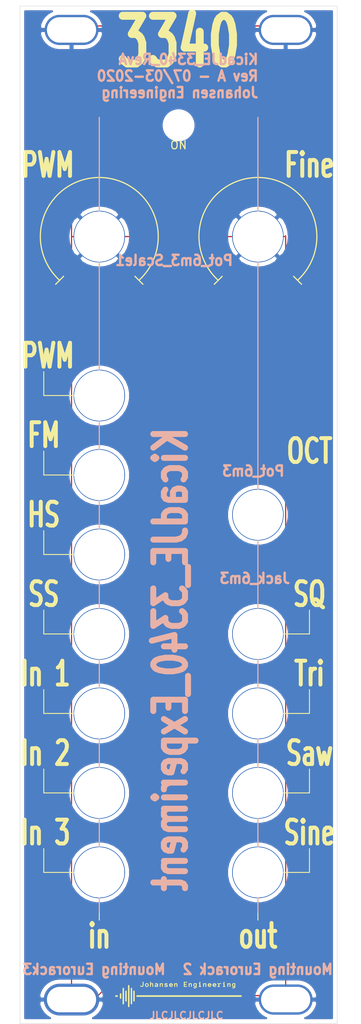
<source format=kicad_pcb>
(kicad_pcb (version 20171130) (host pcbnew "(5.1.0)-1")

  (general
    (thickness 1.6)
    (drawings 74)
    (tracks 14)
    (zones 0)
    (modules 20)
    (nets 2)
  )

  (page A4)
  (layers
    (0 F.Cu signal)
    (31 B.Cu signal)
    (32 B.Adhes user)
    (33 F.Adhes user)
    (34 B.Paste user)
    (35 F.Paste user)
    (36 B.SilkS user)
    (37 F.SilkS user)
    (38 B.Mask user)
    (39 F.Mask user)
    (40 Dwgs.User user)
    (41 Cmts.User user)
    (42 Eco1.User user)
    (43 Eco2.User user)
    (44 Edge.Cuts user)
    (45 Margin user)
    (46 B.CrtYd user)
    (47 F.CrtYd user)
    (48 B.Fab user)
    (49 F.Fab user)
  )

  (setup
    (last_trace_width 0.15)
    (trace_clearance 0.15)
    (zone_clearance 0.508)
    (zone_45_only no)
    (trace_min 0.15)
    (via_size 0.7)
    (via_drill 0.4)
    (via_min_size 0.4)
    (via_min_drill 0.3)
    (uvia_size 0.3)
    (uvia_drill 0.1)
    (uvias_allowed no)
    (uvia_min_size 0.2)
    (uvia_min_drill 0.1)
    (edge_width 0.05)
    (segment_width 0.2)
    (pcb_text_width 0.3)
    (pcb_text_size 1.5 1.5)
    (mod_edge_width 0.12)
    (mod_text_size 1 1)
    (mod_text_width 0.15)
    (pad_size 1.524 1.524)
    (pad_drill 0.762)
    (pad_to_mask_clearance 0.051)
    (solder_mask_min_width 0.25)
    (aux_axis_origin 0 0)
    (visible_elements 7FFFFFFF)
    (pcbplotparams
      (layerselection 0x010fc_ffffffff)
      (usegerberextensions false)
      (usegerberattributes true)
      (usegerberadvancedattributes false)
      (creategerberjobfile false)
      (excludeedgelayer false)
      (linewidth 0.150000)
      (plotframeref false)
      (viasonmask false)
      (mode 1)
      (useauxorigin false)
      (hpglpennumber 1)
      (hpglpenspeed 20)
      (hpglpendiameter 15.000000)
      (psnegative false)
      (psa4output false)
      (plotreference true)
      (plotvalue true)
      (plotinvisibletext false)
      (padsonsilk false)
      (subtractmaskfromsilk false)
      (outputformat 1)
      (mirror false)
      (drillshape 0)
      (scaleselection 1)
      (outputdirectory "GerberFaceRevA"))
  )

  (net 0 "")
  (net 1 GND)

  (net_class Default "This is the default net class."
    (clearance 0.15)
    (trace_width 0.15)
    (via_dia 0.7)
    (via_drill 0.4)
    (uvia_dia 0.3)
    (uvia_drill 0.1)
  )

  (net_class Power ""
    (clearance 0.2)
    (trace_width 0.4)
    (via_dia 0.8)
    (via_drill 0.4)
    (uvia_dia 0.3)
    (uvia_drill 0.1)
    (add_net GND)
  )

  (module AJ:LED_Hole_3mm (layer F.Cu) (tedit 5E639614) (tstamp 5E656546)
    (at 70 51)
    (descr "Mounting Hole 2.5mm, no annular")
    (tags "mounting hole 2.5mm no annular")
    (attr virtual)
    (fp_text reference TP114 (at 0 -1.75) (layer F.Fab)
      (effects (font (size 1 1) (thickness 0.15)))
    )
    (fp_text value ON (at 0 2.5) (layer F.SilkS)
      (effects (font (size 1 1) (thickness 0.15)))
    )
    (fp_circle (center 0 0) (end 2.75 0) (layer F.CrtYd) (width 0.05))
    (fp_circle (center 0 0) (end 2.5 0) (layer Cmts.User) (width 0.15))
    (fp_text user %R (at 0 -1) (layer F.Fab)
      (effects (font (size 1 1) (thickness 0.15)))
    )
    (pad "" np_thru_hole circle (at 0 0) (size 3 3) (drill 3) (layers *.Cu *.Mask))
  )

  (module AJ:MountingHole_Eurorack3 (layer F.Cu) (tedit 5E638170) (tstamp 5E65657A)
    (at 56.5 161)
    (descr "Mounting Hole 6.5mm, no annular")
    (tags "mounting hole 6.5mm no annular")
    (attr virtual)
    (fp_text reference REF** (at 0 -2.5) (layer Cmts.User)
      (effects (font (size 1 1) (thickness 0.15)))
    )
    (fp_text value MountingHole_Eurorack3 (at 0.25 0) (layer F.Fab)
      (effects (font (size 1 1) (thickness 0.15)))
    )
    (fp_text user %R (at 0.3 0) (layer F.Fab)
      (effects (font (size 1 1) (thickness 0.15)))
    )
    (pad 1 thru_hole oval (at 0 0) (size 7 4) (drill oval 6.2 3.2) (layers *.Cu *.Mask)
      (net 1 GND))
  )

  (module AJ:Johansen_engineering_logo_20mm (layer F.Cu) (tedit 0) (tstamp 5E655DC0)
    (at 70 160.5)
    (fp_text reference G*** (at 0 0) (layer F.SilkS) hide
      (effects (font (size 1.524 1.524) (thickness 0.3)))
    )
    (fp_text value LOGO (at 0.75 0) (layer F.Cu) hide
      (effects (font (size 1.524 1.524) (thickness 0.3)))
    )
    (fp_poly (pts (xy 5.7912 -1.6002) (xy 5.6769 -1.6002) (xy 5.6769 -1.7272) (xy 5.7912 -1.7272)
      (xy 5.7912 -1.6002)) (layer F.SilkS) (width 0.01))
    (fp_poly (pts (xy 2.7432 -1.6002) (xy 2.6289 -1.6002) (xy 2.6289 -1.7272) (xy 2.7432 -1.7272)
      (xy 2.7432 -1.6002)) (layer F.SilkS) (width 0.01))
    (fp_poly (pts (xy 6.438114 -1.557682) (xy 6.473195 -1.540877) (xy 6.492674 -1.525074) (xy 6.53415 -1.488047)
      (xy 6.538239 -1.296474) (xy 6.542329 -1.1049) (xy 6.4389 -1.1049) (xy 6.4389 -1.269093)
      (xy 6.438314 -1.340183) (xy 6.436253 -1.390123) (xy 6.432258 -1.423146) (xy 6.42587 -1.44348)
      (xy 6.418942 -1.453243) (xy 6.385287 -1.471026) (xy 6.34556 -1.469126) (xy 6.306502 -1.449796)
      (xy 6.274851 -1.415286) (xy 6.268062 -1.402846) (xy 6.256927 -1.366194) (xy 6.250505 -1.311371)
      (xy 6.2484 -1.23495) (xy 6.2484 -1.1049) (xy 6.1468 -1.1049) (xy 6.1468 -1.5494)
      (xy 6.1976 -1.5494) (xy 6.230192 -1.547858) (xy 6.244681 -1.539719) (xy 6.24833 -1.519718)
      (xy 6.2484 -1.51257) (xy 6.2484 -1.47574) (xy 6.29158 -1.51892) (xy 6.323768 -1.546762)
      (xy 6.354315 -1.559316) (xy 6.392979 -1.5621) (xy 6.438114 -1.557682)) (layer F.SilkS) (width 0.01))
    (fp_poly (pts (xy 5.7912 -1.1938) (xy 5.842 -1.1938) (xy 5.874525 -1.192455) (xy 5.888979 -1.184146)
      (xy 5.892686 -1.162467) (xy 5.8928 -1.14935) (xy 5.8928 -1.1049) (xy 5.588 -1.1049)
      (xy 5.588 -1.14935) (xy 5.589965 -1.179142) (xy 5.601057 -1.19136) (xy 5.629066 -1.193795)
      (xy 5.63245 -1.1938) (xy 5.6769 -1.1938) (xy 5.6769 -1.4605) (xy 5.63245 -1.4605)
      (xy 5.602658 -1.462466) (xy 5.59044 -1.473558) (xy 5.588005 -1.501567) (xy 5.588 -1.50495)
      (xy 5.588 -1.5494) (xy 5.7912 -1.5494) (xy 5.7912 -1.1938)) (layer F.SilkS) (width 0.01))
    (fp_poly (pts (xy 5.333699 -1.559088) (xy 5.358516 -1.549115) (xy 5.365016 -1.529069) (xy 5.358113 -1.50037)
      (xy 5.347462 -1.474869) (xy 5.333608 -1.464519) (xy 5.307593 -1.46496) (xy 5.290351 -1.467394)
      (xy 5.229116 -1.466859) (xy 5.175228 -1.448209) (xy 5.135106 -1.414121) (xy 5.125293 -1.398632)
      (xy 5.112681 -1.358423) (xy 5.106047 -1.302265) (xy 5.1054 -1.276981) (xy 5.1054 -1.1938)
      (xy 5.1562 -1.1938) (xy 5.188725 -1.192455) (xy 5.203179 -1.184146) (xy 5.206886 -1.162467)
      (xy 5.207 -1.14935) (xy 5.207 -1.1049) (xy 4.9022 -1.1049) (xy 4.9022 -1.14935)
      (xy 4.903737 -1.17781) (xy 4.913233 -1.190458) (xy 4.93801 -1.193701) (xy 4.953 -1.1938)
      (xy 5.0038 -1.1938) (xy 5.0038 -1.4732) (xy 4.953 -1.4732) (xy 4.920426 -1.474705)
      (xy 4.905946 -1.482858) (xy 4.90228 -1.503119) (xy 4.9022 -1.5113) (xy 4.9022 -1.5494)
      (xy 5.1054 -1.5494) (xy 5.1054 -1.46711) (xy 5.138393 -1.502693) (xy 5.182463 -1.539231)
      (xy 5.233745 -1.557784) (xy 5.287201 -1.561906) (xy 5.333699 -1.559088)) (layer F.SilkS) (width 0.01))
    (fp_poly (pts (xy 3.390114 -1.557682) (xy 3.425195 -1.540877) (xy 3.444674 -1.525074) (xy 3.48615 -1.488047)
      (xy 3.490239 -1.296474) (xy 3.494329 -1.1049) (xy 3.3909 -1.1049) (xy 3.3909 -1.269093)
      (xy 3.390314 -1.340183) (xy 3.388253 -1.390123) (xy 3.384258 -1.423146) (xy 3.37787 -1.44348)
      (xy 3.370942 -1.453243) (xy 3.337287 -1.471026) (xy 3.29756 -1.469126) (xy 3.258502 -1.449796)
      (xy 3.226851 -1.415286) (xy 3.220062 -1.402846) (xy 3.208927 -1.366194) (xy 3.202505 -1.311371)
      (xy 3.2004 -1.23495) (xy 3.2004 -1.1049) (xy 3.0988 -1.1049) (xy 3.0988 -1.5494)
      (xy 3.1496 -1.5494) (xy 3.182192 -1.547858) (xy 3.196681 -1.539719) (xy 3.20033 -1.519718)
      (xy 3.2004 -1.51257) (xy 3.2004 -1.47574) (xy 3.24358 -1.51892) (xy 3.275768 -1.546762)
      (xy 3.306315 -1.559316) (xy 3.344979 -1.5621) (xy 3.390114 -1.557682)) (layer F.SilkS) (width 0.01))
    (fp_poly (pts (xy 2.7432 -1.1938) (xy 2.794 -1.1938) (xy 2.826525 -1.192455) (xy 2.840979 -1.184146)
      (xy 2.844686 -1.162467) (xy 2.8448 -1.14935) (xy 2.8448 -1.1049) (xy 2.54 -1.1049)
      (xy 2.54 -1.14935) (xy 2.541965 -1.179142) (xy 2.553057 -1.19136) (xy 2.581066 -1.193795)
      (xy 2.58445 -1.1938) (xy 2.6289 -1.1938) (xy 2.6289 -1.4605) (xy 2.58445 -1.4605)
      (xy 2.554658 -1.462466) (xy 2.54244 -1.473558) (xy 2.540005 -1.501567) (xy 2.54 -1.50495)
      (xy 2.54 -1.5494) (xy 2.7432 -1.5494) (xy 2.7432 -1.1938)) (layer F.SilkS) (width 0.01))
    (fp_poly (pts (xy 1.561314 -1.557682) (xy 1.596395 -1.540877) (xy 1.615874 -1.525074) (xy 1.65735 -1.488047)
      (xy 1.661439 -1.296474) (xy 1.665529 -1.1049) (xy 1.5621 -1.1049) (xy 1.5621 -1.269093)
      (xy 1.561514 -1.340183) (xy 1.559453 -1.390123) (xy 1.555458 -1.423146) (xy 1.54907 -1.44348)
      (xy 1.542142 -1.453243) (xy 1.508487 -1.471026) (xy 1.46876 -1.469126) (xy 1.429702 -1.449796)
      (xy 1.398051 -1.415286) (xy 1.391262 -1.402846) (xy 1.380127 -1.366194) (xy 1.373705 -1.311371)
      (xy 1.3716 -1.23495) (xy 1.3716 -1.1049) (xy 1.27 -1.1049) (xy 1.27 -1.5494)
      (xy 1.3208 -1.5494) (xy 1.353392 -1.547858) (xy 1.367881 -1.539719) (xy 1.37153 -1.519718)
      (xy 1.3716 -1.51257) (xy 1.3716 -1.47574) (xy 1.41478 -1.51892) (xy 1.446968 -1.546762)
      (xy 1.477515 -1.559316) (xy 1.516179 -1.5621) (xy 1.561314 -1.557682)) (layer F.SilkS) (width 0.01))
    (fp_poly (pts (xy 1.0541 -1.6383) (xy 0.762 -1.6383) (xy 0.762 -1.4605) (xy 0.9906 -1.4605)
      (xy 0.9906 -1.3716) (xy 0.762 -1.3716) (xy 0.762 -1.1938) (xy 1.0541 -1.1938)
      (xy 1.0541 -1.1049) (xy 0.6604 -1.1049) (xy 0.6604 -1.7272) (xy 1.0541 -1.7272)
      (xy 1.0541 -1.6383)) (layer F.SilkS) (width 0.01))
    (fp_poly (pts (xy -0.254786 -1.557682) (xy -0.219705 -1.540877) (xy -0.200226 -1.525074) (xy -0.15875 -1.488047)
      (xy -0.154661 -1.296474) (xy -0.150571 -1.1049) (xy -0.254 -1.1049) (xy -0.254 -1.269093)
      (xy -0.254586 -1.340183) (xy -0.256647 -1.390123) (xy -0.260642 -1.423146) (xy -0.26703 -1.44348)
      (xy -0.273958 -1.453243) (xy -0.307613 -1.471026) (xy -0.34734 -1.469126) (xy -0.386398 -1.449796)
      (xy -0.418049 -1.415286) (xy -0.424838 -1.402846) (xy -0.435973 -1.366194) (xy -0.442395 -1.311371)
      (xy -0.4445 -1.23495) (xy -0.4445 -1.1049) (xy -0.5461 -1.1049) (xy -0.5461 -1.5494)
      (xy -0.4953 -1.5494) (xy -0.462708 -1.547858) (xy -0.448219 -1.539719) (xy -0.44457 -1.519718)
      (xy -0.4445 -1.51257) (xy -0.4445 -1.47574) (xy -0.40132 -1.51892) (xy -0.369132 -1.546762)
      (xy -0.338585 -1.559316) (xy -0.299921 -1.5621) (xy -0.254786 -1.557682)) (layer F.SilkS) (width 0.01))
    (fp_poly (pts (xy -2.083586 -1.557682) (xy -2.048505 -1.540877) (xy -2.029026 -1.525074) (xy -1.98755 -1.488047)
      (xy -1.983461 -1.296474) (xy -1.979371 -1.1049) (xy -2.0828 -1.1049) (xy -2.0828 -1.269093)
      (xy -2.083386 -1.340183) (xy -2.085447 -1.390123) (xy -2.089442 -1.423146) (xy -2.09583 -1.44348)
      (xy -2.102758 -1.453243) (xy -2.136413 -1.471026) (xy -2.17614 -1.469126) (xy -2.215198 -1.449796)
      (xy -2.246849 -1.415286) (xy -2.253638 -1.402846) (xy -2.264773 -1.366194) (xy -2.271195 -1.311371)
      (xy -2.2733 -1.23495) (xy -2.2733 -1.1049) (xy -2.3749 -1.1049) (xy -2.3749 -1.5494)
      (xy -2.3241 -1.5494) (xy -2.291508 -1.547858) (xy -2.277019 -1.539719) (xy -2.27337 -1.519718)
      (xy -2.2733 -1.51257) (xy -2.2733 -1.47574) (xy -2.23012 -1.51892) (xy -2.197932 -1.546762)
      (xy -2.167385 -1.559316) (xy -2.128721 -1.5621) (xy -2.083586 -1.557682)) (layer F.SilkS) (width 0.01))
    (fp_poly (pts (xy -3.4925 -1.4728) (xy -3.456821 -1.512732) (xy -3.427389 -1.5394) (xy -3.393523 -1.553345)
      (xy -3.357035 -1.558824) (xy -3.316057 -1.560857) (xy -3.288191 -1.554679) (xy -3.261577 -1.536716)
      (xy -3.249839 -1.526515) (xy -3.20675 -1.488047) (xy -3.202661 -1.296474) (xy -3.198571 -1.1049)
      (xy -3.302 -1.1049) (xy -3.302 -1.269093) (xy -3.302586 -1.340183) (xy -3.304647 -1.390123)
      (xy -3.308642 -1.423146) (xy -3.31503 -1.44348) (xy -3.321958 -1.453243) (xy -3.355613 -1.471026)
      (xy -3.39534 -1.469126) (xy -3.434398 -1.449796) (xy -3.466049 -1.415286) (xy -3.472838 -1.402846)
      (xy -3.483973 -1.366194) (xy -3.490395 -1.311371) (xy -3.4925 -1.23495) (xy -3.4925 -1.1049)
      (xy -3.5941 -1.1049) (xy -3.5941 -1.7272) (xy -3.4925 -1.7272) (xy -3.4925 -1.4728)) (layer F.SilkS) (width 0.01))
    (fp_poly (pts (xy 4.580413 -1.554213) (xy 4.642081 -1.529509) (xy 4.682518 -1.496889) (xy 4.717361 -1.444956)
      (xy 4.744231 -1.376519) (xy 4.755115 -1.330325) (xy 4.76365 -1.2827) (xy 4.382044 -1.2827)
      (xy 4.396231 -1.251563) (xy 4.422015 -1.220722) (xy 4.463617 -1.196033) (xy 4.51148 -1.182529)
      (xy 4.529469 -1.181379) (xy 4.563706 -1.186876) (xy 4.605711 -1.200296) (xy 4.619304 -1.206015)
      (xy 4.672959 -1.230372) (xy 4.698501 -1.197899) (xy 4.724044 -1.165427) (xy 4.692542 -1.140647)
      (xy 4.634692 -1.109715) (xy 4.564466 -1.094349) (xy 4.490081 -1.095244) (xy 4.419751 -1.113091)
      (xy 4.410914 -1.116882) (xy 4.354086 -1.155589) (xy 4.313056 -1.209757) (xy 4.288965 -1.274104)
      (xy 4.282956 -1.343346) (xy 4.292211 -1.391565) (xy 4.393971 -1.391565) (xy 4.404865 -1.380108)
      (xy 4.436586 -1.373964) (xy 4.491057 -1.371724) (xy 4.51485 -1.3716) (xy 4.574137 -1.372497)
      (xy 4.611624 -1.375518) (xy 4.630856 -1.381158) (xy 4.6355 -1.388437) (xy 4.626899 -1.407855)
      (xy 4.605878 -1.433023) (xy 4.602726 -1.436062) (xy 4.568051 -1.458882) (xy 4.523684 -1.466715)
      (xy 4.51485 -1.46685) (xy 4.467831 -1.461049) (xy 4.432384 -1.440917) (xy 4.426973 -1.436062)
      (xy 4.401981 -1.409746) (xy 4.393971 -1.391565) (xy 4.292211 -1.391565) (xy 4.296172 -1.4122)
      (xy 4.329753 -1.475383) (xy 4.332623 -1.479111) (xy 4.382212 -1.523338) (xy 4.444216 -1.550809)
      (xy 4.51237 -1.561206) (xy 4.580413 -1.554213)) (layer F.SilkS) (width 0.01))
    (fp_poly (pts (xy 3.970813 -1.554213) (xy 4.032481 -1.529509) (xy 4.072918 -1.496889) (xy 4.107761 -1.444956)
      (xy 4.134631 -1.376519) (xy 4.145515 -1.330325) (xy 4.15405 -1.2827) (xy 3.772444 -1.2827)
      (xy 3.786631 -1.251563) (xy 3.812415 -1.220722) (xy 3.854017 -1.196033) (xy 3.90188 -1.182529)
      (xy 3.919869 -1.181379) (xy 3.954106 -1.186876) (xy 3.996111 -1.200296) (xy 4.009704 -1.206015)
      (xy 4.063359 -1.230372) (xy 4.088901 -1.197899) (xy 4.114444 -1.165427) (xy 4.082942 -1.140647)
      (xy 4.025092 -1.109715) (xy 3.954866 -1.094349) (xy 3.880481 -1.095244) (xy 3.810151 -1.113091)
      (xy 3.801314 -1.116882) (xy 3.744486 -1.155589) (xy 3.703456 -1.209757) (xy 3.679365 -1.274104)
      (xy 3.673356 -1.343346) (xy 3.682611 -1.391565) (xy 3.784371 -1.391565) (xy 3.795265 -1.380108)
      (xy 3.826986 -1.373964) (xy 3.881457 -1.371724) (xy 3.90525 -1.3716) (xy 3.964537 -1.372497)
      (xy 4.002024 -1.375518) (xy 4.021256 -1.381158) (xy 4.0259 -1.388437) (xy 4.017299 -1.407855)
      (xy 3.996278 -1.433023) (xy 3.993126 -1.436062) (xy 3.958451 -1.458882) (xy 3.914084 -1.466715)
      (xy 3.90525 -1.46685) (xy 3.858231 -1.461049) (xy 3.822784 -1.440917) (xy 3.817373 -1.436062)
      (xy 3.792381 -1.409746) (xy 3.784371 -1.391565) (xy 3.682611 -1.391565) (xy 3.686572 -1.4122)
      (xy 3.720153 -1.475383) (xy 3.723023 -1.479111) (xy 3.772612 -1.523338) (xy 3.834616 -1.550809)
      (xy 3.90277 -1.561206) (xy 3.970813 -1.554213)) (layer F.SilkS) (width 0.01))
    (fp_poly (pts (xy -0.893287 -1.554213) (xy -0.831619 -1.529509) (xy -0.791182 -1.496889) (xy -0.756339 -1.444956)
      (xy -0.729469 -1.376519) (xy -0.718585 -1.330325) (xy -0.71005 -1.2827) (xy -1.091656 -1.2827)
      (xy -1.077469 -1.251563) (xy -1.051685 -1.220722) (xy -1.010083 -1.196033) (xy -0.96222 -1.182529)
      (xy -0.944231 -1.181379) (xy -0.909994 -1.186876) (xy -0.867989 -1.200296) (xy -0.854396 -1.206015)
      (xy -0.800741 -1.230372) (xy -0.775199 -1.197899) (xy -0.749656 -1.165427) (xy -0.781158 -1.140647)
      (xy -0.839008 -1.109715) (xy -0.909234 -1.094349) (xy -0.983619 -1.095244) (xy -1.053949 -1.113091)
      (xy -1.062786 -1.116882) (xy -1.119614 -1.155589) (xy -1.160644 -1.209757) (xy -1.184735 -1.274104)
      (xy -1.190744 -1.343346) (xy -1.181489 -1.391565) (xy -1.079729 -1.391565) (xy -1.068835 -1.380108)
      (xy -1.037114 -1.373964) (xy -0.982643 -1.371724) (xy -0.95885 -1.3716) (xy -0.899563 -1.372497)
      (xy -0.862076 -1.375518) (xy -0.842844 -1.381158) (xy -0.8382 -1.388437) (xy -0.846801 -1.407855)
      (xy -0.867822 -1.433023) (xy -0.870974 -1.436062) (xy -0.905649 -1.458882) (xy -0.950016 -1.466715)
      (xy -0.95885 -1.46685) (xy -1.005869 -1.461049) (xy -1.041316 -1.440917) (xy -1.046727 -1.436062)
      (xy -1.071719 -1.409746) (xy -1.079729 -1.391565) (xy -1.181489 -1.391565) (xy -1.177528 -1.4122)
      (xy -1.143947 -1.475383) (xy -1.141077 -1.479111) (xy -1.091488 -1.523338) (xy -1.029484 -1.550809)
      (xy -0.96133 -1.561206) (xy -0.893287 -1.554213)) (layer F.SilkS) (width 0.01))
    (fp_poly (pts (xy -1.499368 -1.555614) (xy -1.44416 -1.541972) (xy -1.404078 -1.521893) (xy -1.399511 -1.518039)
      (xy -1.390917 -1.496999) (xy -1.395732 -1.471018) (xy -1.409704 -1.449342) (xy -1.428581 -1.441216)
      (xy -1.434188 -1.442638) (xy -1.484964 -1.458797) (xy -1.539754 -1.46749) (xy -1.592266 -1.468788)
      (xy -1.63621 -1.462765) (xy -1.665296 -1.449493) (xy -1.672404 -1.439896) (xy -1.674927 -1.423045)
      (xy -1.66548 -1.409718) (xy -1.640613 -1.398217) (xy -1.59688 -1.386848) (xy -1.542769 -1.376106)
      (xy -1.466464 -1.358051) (xy -1.412706 -1.335324) (xy -1.378777 -1.305842) (xy -1.361955 -1.267522)
      (xy -1.3589 -1.235272) (xy -1.370255 -1.184513) (xy -1.401971 -1.143588) (xy -1.450525 -1.113685)
      (xy -1.512393 -1.095996) (xy -1.584053 -1.091711) (xy -1.661981 -1.102018) (xy -1.711575 -1.116148)
      (xy -1.74983 -1.130218) (xy -1.777502 -1.14198) (xy -1.78631 -1.147076) (xy -1.787249 -1.162875)
      (xy -1.779123 -1.190996) (xy -1.777766 -1.194366) (xy -1.768832 -1.214471) (xy -1.75898 -1.22493)
      (xy -1.742547 -1.226014) (xy -1.713871 -1.217993) (xy -1.667288 -1.201137) (xy -1.6637 -1.199814)
      (xy -1.589338 -1.184145) (xy -1.545478 -1.18448) (xy -1.493214 -1.194302) (xy -1.464901 -1.209938)
      (xy -1.460543 -1.228742) (xy -1.480141 -1.248068) (xy -1.523697 -1.26527) (xy -1.545407 -1.270468)
      (xy -1.615533 -1.28559) (xy -1.665449 -1.298066) (xy -1.699967 -1.309613) (xy -1.723902 -1.321947)
      (xy -1.742064 -1.336782) (xy -1.747663 -1.342575) (xy -1.773593 -1.386491) (xy -1.777138 -1.43379)
      (xy -1.760004 -1.479802) (xy -1.723896 -1.519859) (xy -1.672399 -1.548593) (xy -1.621821 -1.559858)
      (xy -1.561366 -1.561887) (xy -1.499368 -1.555614)) (layer F.SilkS) (width 0.01))
    (fp_poly (pts (xy -2.68974 -1.543542) (xy -2.636031 -1.510856) (xy -2.618333 -1.492077) (xy -2.607265 -1.476043)
      (xy -2.599623 -1.45777) (xy -2.594782 -1.432463) (xy -2.592116 -1.395325) (xy -2.590999 -1.34156)
      (xy -2.5908 -1.280988) (xy -2.5908 -1.1049) (xy -2.6416 -1.1049) (xy -2.674784 -1.106998)
      (xy -2.689463 -1.115559) (xy -2.6924 -1.130681) (xy -2.693572 -1.146689) (xy -2.701127 -1.14832)
      (xy -2.721121 -1.135198) (xy -2.730465 -1.128319) (xy -2.776756 -1.105976) (xy -2.841775 -1.094886)
      (xy -2.844526 -1.094679) (xy -2.887907 -1.092528) (xy -2.915796 -1.096061) (xy -2.937974 -1.108454)
      (xy -2.964225 -1.132885) (xy -2.965211 -1.133871) (xy -2.994457 -1.167957) (xy -3.00754 -1.199444)
      (xy -3.0099 -1.228236) (xy -3.00627 -1.245312) (xy -2.906332 -1.245312) (xy -2.900867 -1.211646)
      (xy -2.875275 -1.190621) (xy -2.832426 -1.1841) (xy -2.81415 -1.185553) (xy -2.772017 -1.196275)
      (xy -2.734934 -1.214011) (xy -2.7316 -1.216351) (xy -2.70682 -1.244116) (xy -2.694732 -1.274431)
      (xy -2.693942 -1.294603) (xy -2.702043 -1.3044) (xy -2.725232 -1.307396) (xy -2.751882 -1.307384)
      (xy -2.819582 -1.301495) (xy -2.869617 -1.286312) (xy -2.899343 -1.262896) (xy -2.906332 -1.245312)
      (xy -3.00627 -1.245312) (xy -2.998431 -1.282175) (xy -2.964622 -1.32525) (xy -2.90937 -1.356852)
      (xy -2.833573 -1.37637) (xy -2.783817 -1.381711) (xy -2.736121 -1.385415) (xy -2.708713 -1.390045)
      (xy -2.696495 -1.397462) (xy -2.694371 -1.409525) (xy -2.694917 -1.414164) (xy -2.708173 -1.439067)
      (xy -2.732872 -1.459691) (xy -2.762864 -1.469361) (xy -2.804089 -1.469332) (xy -2.860594 -1.459217)
      (xy -2.928101 -1.441102) (xy -2.950633 -1.44152) (xy -2.967253 -1.462151) (xy -2.969537 -1.466955)
      (xy -2.978968 -1.493475) (xy -2.975184 -1.511471) (xy -2.954407 -1.525894) (xy -2.912857 -1.541697)
      (xy -2.912373 -1.541862) (xy -2.832843 -1.55988) (xy -2.756988 -1.560162) (xy -2.68974 -1.543542)) (layer F.SilkS) (width 0.01))
    (fp_poly (pts (xy -3.928234 -1.550875) (xy -3.863526 -1.518974) (xy -3.814138 -1.469054) (xy -3.782715 -1.403778)
      (xy -3.7719 -1.32715) (xy -3.783004 -1.249054) (xy -3.814658 -1.18411) (xy -3.864381 -1.134769)
      (xy -3.929689 -1.103479) (xy -4.008099 -1.092689) (xy -4.009618 -1.092698) (xy -4.055423 -1.096661)
      (xy -4.09736 -1.105996) (xy -4.10845 -1.110128) (xy -4.165573 -1.148536) (xy -4.207684 -1.203233)
      (xy -4.232914 -1.268775) (xy -4.238451 -1.329387) (xy -4.136311 -1.329387) (xy -4.129113 -1.278667)
      (xy -4.106582 -1.234684) (xy -4.070822 -1.202228) (xy -4.02394 -1.186087) (xy -3.988483 -1.186617)
      (xy -3.948482 -1.200439) (xy -3.912853 -1.224881) (xy -3.912283 -1.225445) (xy -3.892332 -1.250305)
      (xy -3.882596 -1.279342) (xy -3.879863 -1.322628) (xy -3.87985 -1.32715) (xy -3.882004 -1.371443)
      (xy -3.890817 -1.400991) (xy -3.909814 -1.426258) (xy -3.915064 -1.431637) (xy -3.945405 -1.45555)
      (xy -3.979953 -1.465539) (xy -4.008239 -1.46685) (xy -4.049347 -1.4636) (xy -4.077077 -1.450797)
      (xy -4.096284 -1.431875) (xy -4.12607 -1.382053) (xy -4.136311 -1.329387) (xy -4.238451 -1.329387)
      (xy -4.239395 -1.339717) (xy -4.225258 -1.410612) (xy -4.217797 -1.42875) (xy -4.177045 -1.493267)
      (xy -4.123606 -1.536131) (xy -4.055939 -1.558311) (xy -4.005616 -1.5621) (xy -3.928234 -1.550875)) (layer F.SilkS) (width 0.01))
    (fp_poly (pts (xy -4.4196 -1.488591) (xy -4.419793 -1.404055) (xy -4.420646 -1.340647) (xy -4.422573 -1.2941)
      (xy -4.425987 -1.260145) (xy -4.4313 -1.234512) (xy -4.438927 -1.212932) (xy -4.448175 -1.193316)
      (xy -4.485253 -1.140853) (xy -4.5212 -1.114445) (xy -4.57366 -1.098358) (xy -4.635735 -1.093623)
      (xy -4.694048 -1.100801) (xy -4.711694 -1.106468) (xy -4.760888 -1.136785) (xy -4.804109 -1.182386)
      (xy -4.820857 -1.209045) (xy -4.835563 -1.242359) (xy -4.834023 -1.262346) (xy -4.814179 -1.276747)
      (xy -4.801367 -1.282383) (xy -4.764497 -1.29121) (xy -4.742418 -1.282211) (xy -4.7371 -1.26403)
      (xy -4.726769 -1.242315) (xy -4.701312 -1.217181) (xy -4.669037 -1.195013) (xy -4.63825 -1.182196)
      (xy -4.629215 -1.1811) (xy -4.595624 -1.183479) (xy -4.569712 -1.192506) (xy -4.550511 -1.211022)
      (xy -4.537054 -1.241866) (xy -4.528372 -1.287878) (xy -4.523497 -1.351896) (xy -4.521461 -1.436762)
      (xy -4.5212 -1.49797) (xy -4.5212 -1.7272) (xy -4.4196 -1.7272) (xy -4.4196 -1.488591)) (layer F.SilkS) (width 0.01))
    (fp_poly (pts (xy 6.982474 -1.554547) (xy 7.01103 -1.542724) (xy 7.036696 -1.532792) (xy 7.048357 -1.535238)
      (xy 7.0485 -1.536374) (xy 7.059765 -1.544531) (xy 7.08791 -1.549068) (xy 7.0993 -1.5494)
      (xy 7.1501 -1.5494) (xy 7.1501 -1.297279) (xy 7.149965 -1.210807) (xy 7.149309 -1.145845)
      (xy 7.147751 -1.098503) (xy 7.144912 -1.064891) (xy 7.140412 -1.041121) (xy 7.133872 -1.023301)
      (xy 7.12491 -1.007543) (xy 7.121271 -1.002004) (xy 7.075865 -0.955806) (xy 7.015238 -0.92617)
      (xy 6.944389 -0.914287) (xy 6.868316 -0.921344) (xy 6.829304 -0.932553) (xy 6.783678 -0.95258)
      (xy 6.753552 -0.973524) (xy 6.7437 -0.990749) (xy 6.750936 -1.006855) (xy 6.765955 -1.027971)
      (xy 6.78821 -1.055454) (xy 6.85027 -1.028002) (xy 6.911509 -1.009375) (xy 6.965737 -1.008729)
      (xy 7.009169 -1.024672) (xy 7.038018 -1.055813) (xy 7.048499 -1.100762) (xy 7.0485 -1.100845)
      (xy 7.0485 -1.143653) (xy 7.01103 -1.124277) (xy 6.950461 -1.105468) (xy 6.890993 -1.109244)
      (xy 6.836141 -1.132901) (xy 6.78942 -1.173738) (xy 6.754344 -1.229054) (xy 6.734428 -1.296147)
      (xy 6.731306 -1.338056) (xy 6.833295 -1.338056) (xy 6.839837 -1.286997) (xy 6.862551 -1.241659)
      (xy 6.897497 -1.210892) (xy 6.935645 -1.199991) (xy 6.981196 -1.201232) (xy 7.020959 -1.213701)
      (xy 7.030583 -1.220141) (xy 7.040135 -1.240666) (xy 7.04631 -1.278318) (xy 7.049036 -1.325146)
      (xy 7.048245 -1.373197) (xy 7.043867 -1.41452) (xy 7.035831 -1.441162) (xy 7.032553 -1.445224)
      (xy 6.991884 -1.464636) (xy 6.942672 -1.468399) (xy 6.907954 -1.46015) (xy 6.867628 -1.431174)
      (xy 6.84265 -1.388296) (xy 6.833295 -1.338056) (xy 6.731306 -1.338056) (xy 6.731208 -1.339366)
      (xy 6.741573 -1.409478) (xy 6.769635 -1.469592) (xy 6.811576 -1.516931) (xy 6.863576 -1.548721)
      (xy 6.921815 -1.562184) (xy 6.982474 -1.554547)) (layer F.SilkS) (width 0.01))
    (fp_poly (pts (xy 2.105674 -1.554547) (xy 2.13423 -1.542724) (xy 2.159896 -1.532792) (xy 2.171557 -1.535238)
      (xy 2.1717 -1.536374) (xy 2.182965 -1.544531) (xy 2.21111 -1.549068) (xy 2.2225 -1.5494)
      (xy 2.2733 -1.5494) (xy 2.2733 -1.297279) (xy 2.273165 -1.210807) (xy 2.272509 -1.145845)
      (xy 2.270951 -1.098503) (xy 2.268112 -1.064891) (xy 2.263612 -1.041121) (xy 2.257072 -1.023301)
      (xy 2.24811 -1.007543) (xy 2.244471 -1.002004) (xy 2.199065 -0.955806) (xy 2.138438 -0.92617)
      (xy 2.067589 -0.914287) (xy 1.991516 -0.921344) (xy 1.952504 -0.932553) (xy 1.906878 -0.95258)
      (xy 1.876752 -0.973524) (xy 1.8669 -0.990749) (xy 1.874136 -1.006855) (xy 1.889155 -1.027971)
      (xy 1.91141 -1.055454) (xy 1.97347 -1.028002) (xy 2.034709 -1.009375) (xy 2.088937 -1.008729)
      (xy 2.132369 -1.024672) (xy 2.161218 -1.055813) (xy 2.171699 -1.100762) (xy 2.1717 -1.100845)
      (xy 2.1717 -1.143653) (xy 2.13423 -1.124277) (xy 2.073661 -1.105468) (xy 2.014193 -1.109244)
      (xy 1.959341 -1.132901) (xy 1.91262 -1.173738) (xy 1.877544 -1.229054) (xy 1.857628 -1.296147)
      (xy 1.854506 -1.338056) (xy 1.956495 -1.338056) (xy 1.963037 -1.286997) (xy 1.985751 -1.241659)
      (xy 2.020697 -1.210892) (xy 2.058845 -1.199991) (xy 2.104396 -1.201232) (xy 2.144159 -1.213701)
      (xy 2.153783 -1.220141) (xy 2.163335 -1.240666) (xy 2.16951 -1.278318) (xy 2.172236 -1.325146)
      (xy 2.171445 -1.373197) (xy 2.167067 -1.41452) (xy 2.159031 -1.441162) (xy 2.155753 -1.445224)
      (xy 2.115084 -1.464636) (xy 2.065872 -1.468399) (xy 2.031154 -1.46015) (xy 1.990828 -1.431174)
      (xy 1.96585 -1.388296) (xy 1.956495 -1.338056) (xy 1.854506 -1.338056) (xy 1.854408 -1.339366)
      (xy 1.864773 -1.409478) (xy 1.892835 -1.469592) (xy 1.934776 -1.516931) (xy 1.986776 -1.548721)
      (xy 2.045015 -1.562184) (xy 2.105674 -1.554547)) (layer F.SilkS) (width 0.01))
    (fp_poly (pts (xy 7.935286 -0.008707) (xy 7.958647 0.032187) (xy 7.960396 0.076811) (xy 7.940639 0.117299)
      (xy 7.933506 0.124786) (xy 7.904112 0.1524) (xy -5.281357 0.1524) (xy -5.307679 0.118937)
      (xy -5.326231 0.087072) (xy -5.334 0.057272) (xy -5.334 0.05715) (xy -5.326306 0.027404)
      (xy -5.307793 -0.004493) (xy -5.307679 -0.004638) (xy -5.281357 -0.0381) (xy 1.313157 -0.038101)
      (xy 7.907672 -0.038101) (xy 7.935286 -0.008707)) (layer F.SilkS) (width 0.01))
    (fp_poly (pts (xy -7.755957 -0.035608) (xy -7.707899 -0.026809) (xy -7.677895 -0.009719) (xy -7.662458 0.017645)
      (xy -7.6581 0.05715) (xy -7.662393 0.096532) (xy -7.677601 0.12378) (xy -7.707219 0.140862)
      (xy -7.754743 0.149745) (xy -7.823668 0.152395) (xy -7.827337 0.1524) (xy -7.884092 0.151825)
      (xy -7.921508 0.14929) (xy -7.945635 0.143576) (xy -7.962524 0.133466) (xy -7.973387 0.123006)
      (xy -7.996748 0.082112) (xy -7.998497 0.037488) (xy -7.97874 -0.003) (xy -7.971607 -0.010487)
      (xy -7.954426 -0.02382) (xy -7.933381 -0.032063) (xy -7.902262 -0.036388) (xy -7.854859 -0.03797)
      (xy -7.825557 -0.0381) (xy -7.755957 -0.035608)) (layer F.SilkS) (width 0.01))
    (fp_poly (pts (xy -7.295443 -0.286946) (xy -7.262632 -0.267843) (xy -7.253059 -0.259484) (xy -7.24573 -0.249697)
      (xy -7.240293 -0.235174) (xy -7.236395 -0.212609) (xy -7.233683 -0.178693) (xy -7.231806 -0.130118)
      (xy -7.230411 -0.063577) (xy -7.229146 0.024238) (xy -7.228812 0.049571) (xy -7.224974 0.342728)
      (xy -7.25681 0.374564) (xy -7.296565 0.401023) (xy -7.336473 0.402725) (xy -7.37396 0.379617)
      (xy -7.376487 0.377006) (xy -7.385325 0.366635) (xy -7.392044 0.354549) (xy -7.396935 0.337371)
      (xy -7.400286 0.311724) (xy -7.402389 0.274232) (xy -7.403532 0.22152) (xy -7.404006 0.15021)
      (xy -7.4041 0.056927) (xy -7.4041 0.05537) (xy -7.404035 -0.038071) (xy -7.403633 -0.109461)
      (xy -7.402587 -0.162154) (xy -7.400588 -0.199497) (xy -7.39733 -0.224844) (xy -7.392503 -0.241543)
      (xy -7.3858 -0.252945) (xy -7.376914 -0.262402) (xy -7.374707 -0.264487) (xy -7.33553 -0.288391)
      (xy -7.295443 -0.286946)) (layer F.SilkS) (width 0.01))
    (fp_poly (pts (xy -5.56964 -0.615852) (xy -5.5626 -0.6096) (xy -5.556882 -0.603181) (xy -5.552093 -0.59491)
      (xy -5.548151 -0.582635) (xy -5.544974 -0.564205) (xy -5.542478 -0.537468) (xy -5.540583 -0.500272)
      (xy -5.539205 -0.450467) (xy -5.538263 -0.3859) (xy -5.537674 -0.304421) (xy -5.537355 -0.203876)
      (xy -5.537225 -0.082116) (xy -5.5372 0.054324) (xy -5.537278 0.200224) (xy -5.537554 0.322823)
      (xy -5.538088 0.424218) (xy -5.538945 0.506508) (xy -5.540185 0.571791) (xy -5.541871 0.622165)
      (xy -5.544066 0.659728) (xy -5.546831 0.686578) (xy -5.550229 0.704814) (xy -5.554322 0.716533)
      (xy -5.556971 0.721074) (xy -5.586738 0.743781) (xy -5.626267 0.749686) (xy -5.666243 0.738757)
      (xy -5.689106 0.721505) (xy -5.694942 0.714613) (xy -5.699829 0.706105) (xy -5.70385 0.693817)
      (xy -5.70709 0.675586) (xy -5.709633 0.649248) (xy -5.711563 0.612641) (xy -5.712965 0.563601)
      (xy -5.713923 0.499964) (xy -5.714521 0.419567) (xy -5.714844 0.320246) (xy -5.714975 0.199839)
      (xy -5.715 0.05715) (xy -5.714975 -0.086357) (xy -5.714842 -0.206626) (xy -5.714518 -0.305822)
      (xy -5.713918 -0.386109) (xy -5.712957 -0.449648) (xy -5.711553 -0.498605) (xy -5.709619 -0.535142)
      (xy -5.707072 -0.561423) (xy -5.703828 -0.57961) (xy -5.699801 -0.591868) (xy -5.694909 -0.600359)
      (xy -5.689106 -0.607206) (xy -5.652262 -0.630057) (xy -5.609207 -0.633) (xy -5.56964 -0.615852)) (layer F.SilkS) (width 0.01))
    (fp_poly (pts (xy -6.585847 -0.626634) (xy -6.583677 -0.625281) (xy -6.574101 -0.617732) (xy -6.566052 -0.60754)
      (xy -6.559397 -0.592592) (xy -6.554006 -0.570773) (xy -6.549745 -0.539971) (xy -6.546483 -0.498069)
      (xy -6.544089 -0.442956) (xy -6.542429 -0.372516) (xy -6.541372 -0.284636) (xy -6.540787 -0.177201)
      (xy -6.540542 -0.048098) (xy -6.5405 0.06662) (xy -6.540527 0.208969) (xy -6.540663 0.3281)
      (xy -6.540995 0.426193) (xy -6.54161 0.505429) (xy -6.542594 0.567989) (xy -6.544032 0.616055)
      (xy -6.546012 0.651807) (xy -6.548619 0.677427) (xy -6.55194 0.695095) (xy -6.556061 0.706993)
      (xy -6.561067 0.715301) (xy -6.566395 0.721505) (xy -6.601291 0.744001) (xy -6.642129 0.749644)
      (xy -6.679597 0.738462) (xy -6.69853 0.721074) (xy -6.703044 0.712113) (xy -6.706828 0.697824)
      (xy -6.709944 0.676107) (xy -6.712454 0.644866) (xy -6.71442 0.602001) (xy -6.715906 0.545415)
      (xy -6.716972 0.473009) (xy -6.717681 0.382686) (xy -6.718095 0.272347) (xy -6.718277 0.139893)
      (xy -6.7183 0.054324) (xy -6.718273 -0.089453) (xy -6.718134 -0.209982) (xy -6.717803 -0.309414)
      (xy -6.717196 -0.3899) (xy -6.716232 -0.453593) (xy -6.714827 -0.502643) (xy -6.712901 -0.539203)
      (xy -6.71037 -0.565423) (xy -6.707152 -0.583456) (xy -6.703165 -0.595453) (xy -6.698327 -0.603566)
      (xy -6.6929 -0.6096) (xy -6.660323 -0.628507) (xy -6.620356 -0.6348) (xy -6.585847 -0.626634)) (layer F.SilkS) (width 0.01))
    (fp_poly (pts (xy -5.899947 -0.971912) (xy -5.878121 -0.95321) (xy -5.873799 -0.946928) (xy -5.870042 -0.938349)
      (xy -5.866812 -0.925761) (xy -5.864069 -0.907451) (xy -5.861773 -0.881706) (xy -5.859885 -0.846813)
      (xy -5.858365 -0.801061) (xy -5.857174 -0.742736) (xy -5.856271 -0.670125) (xy -5.855618 -0.581517)
      (xy -5.855174 -0.475198) (xy -5.854901 -0.349456) (xy -5.854758 -0.202578) (xy -5.854705 -0.032851)
      (xy -5.8547 0.059134) (xy -5.8547 1.042554) (xy -5.885873 1.073727) (xy -5.923826 1.099826)
      (xy -5.961067 1.100608) (xy -5.998937 1.076073) (xy -6.001328 1.073727) (xy -6.0325 1.042554)
      (xy -6.0325 0.059134) (xy -6.032478 -0.122409) (xy -6.032384 -0.280264) (xy -6.032179 -0.416144)
      (xy -6.031824 -0.531762) (xy -6.031278 -0.628831) (xy -6.030503 -0.709063) (xy -6.029458 -0.774171)
      (xy -6.028104 -0.825867) (xy -6.026401 -0.865865) (xy -6.02431 -0.895876) (xy -6.021791 -0.917614)
      (xy -6.018805 -0.932791) (xy -6.015311 -0.94312) (xy -6.01127 -0.950313) (xy -6.00908 -0.95321)
      (xy -5.974516 -0.977539) (xy -5.9436 -0.982134) (xy -5.899947 -0.971912)) (layer F.SilkS) (width 0.01))
    (fp_poly (pts (xy -6.943716 -0.976165) (xy -6.910397 -0.956449) (xy -6.891538 -0.924434) (xy -6.890291 -0.907327)
      (xy -6.8891 -0.866846) (xy -6.887983 -0.805015) (xy -6.886956 -0.72386) (xy -6.886034 -0.625406)
      (xy -6.885235 -0.511678) (xy -6.884573 -0.384701) (xy -6.884066 -0.246501) (xy -6.883729 -0.099103)
      (xy -6.883579 0.055468) (xy -6.883574 0.073602) (xy -6.8834 1.042554) (xy -6.914573 1.073727)
      (xy -6.951065 1.099588) (xy -6.987314 1.10115) (xy -7.027709 1.078601) (xy -7.027738 1.078578)
      (xy -7.0612 1.052256) (xy -7.0612 0.068093) (xy -7.061042 -0.14119) (xy -7.060563 -0.325406)
      (xy -7.05976 -0.484888) (xy -7.058628 -0.619967) (xy -7.057162 -0.730975) (xy -7.055359 -0.818245)
      (xy -7.053213 -0.882107) (xy -7.050721 -0.922893) (xy -7.047878 -0.940936) (xy -7.047728 -0.941243)
      (xy -7.020356 -0.969421) (xy -6.983027 -0.980776) (xy -6.943716 -0.976165)) (layer F.SilkS) (width 0.01))
    (fp_poly (pts (xy -6.229168 -1.306216) (xy -6.223922 -1.300038) (xy -6.219713 -1.294412) (xy -6.215978 -1.287885)
      (xy -6.21269 -1.278987) (xy -6.209819 -1.266249) (xy -6.207337 -1.248201) (xy -6.205217 -1.223373)
      (xy -6.203429 -1.190297) (xy -6.201946 -1.147503) (xy -6.200738 -1.093522) (xy -6.199778 -1.026883)
      (xy -6.199037 -0.946118) (xy -6.198486 -0.849757) (xy -6.198098 -0.736331) (xy -6.197844 -0.60437)
      (xy -6.197696 -0.452404) (xy -6.197625 -0.278965) (xy -6.197602 -0.082583) (xy -6.1976 0.062998)
      (xy -6.1976 1.392572) (xy -6.226994 1.420186) (xy -6.267058 1.443429) (xy -6.309329 1.444227)
      (xy -6.347001 1.42259) (xy -6.349506 1.420005) (xy -6.353639 1.415243) (xy -6.357307 1.409375)
      (xy -6.360537 1.400941) (xy -6.363359 1.388481) (xy -6.365798 1.370535) (xy -6.367884 1.345641)
      (xy -6.369643 1.312341) (xy -6.371104 1.269174) (xy -6.372295 1.21468) (xy -6.373242 1.147399)
      (xy -6.373974 1.06587) (xy -6.374518 0.968633) (xy -6.374903 0.854228) (xy -6.375156 0.721196)
      (xy -6.375304 0.568075) (xy -6.375376 0.393405) (xy -6.375399 0.195727) (xy -6.3754 0.056969)
      (xy -6.375401 -1.278273) (xy -6.346007 -1.305887) (xy -6.305943 -1.32977) (xy -6.265381 -1.329802)
      (xy -6.229168 -1.306216)) (layer F.SilkS) (width 0.01))
  )

  (module AJ:MountingHole_Eurorack2 (layer F.Cu) (tedit 5E637133) (tstamp 5E656589)
    (at 83.5 39)
    (descr "Mounting Hole 6.5mm, no annular")
    (tags "mounting hole 6.5mm no annular")
    (attr virtual)
    (fp_text reference REF** (at 0 -2.5) (layer Cmts.User)
      (effects (font (size 1 1) (thickness 0.15)))
    )
    (fp_text value MountingHole_Eurorack2 (at 0.25 0) (layer F.Fab)
      (effects (font (size 1 1) (thickness 0.15)))
    )
    (fp_text user %R (at 0.3 0) (layer F.Fab)
      (effects (font (size 1 1) (thickness 0.15)))
    )
    (pad 1 thru_hole oval (at 0 0) (size 6.8 3.8) (drill oval 6.2 3.2) (layers *.Cu *.Mask)
      (net 1 GND))
  )

  (module AJ:MountingHole_Eurorack2 (layer F.Cu) (tedit 5E637133) (tstamp 5E656535)
    (at 56.5 39)
    (descr "Mounting Hole 6.5mm, no annular")
    (tags "mounting hole 6.5mm no annular")
    (attr virtual)
    (fp_text reference REF** (at 0 -2.5) (layer Cmts.User)
      (effects (font (size 1 1) (thickness 0.15)))
    )
    (fp_text value MountingHole_Eurorack2 (at 0.25 0) (layer F.Fab)
      (effects (font (size 1 1) (thickness 0.15)))
    )
    (fp_text user %R (at 0.3 0) (layer F.Fab)
      (effects (font (size 1 1) (thickness 0.15)))
    )
    (pad 1 thru_hole oval (at 0 0) (size 6.8 3.8) (drill oval 6.2 3.2) (layers *.Cu *.Mask)
      (net 1 GND))
  )

  (module AJ:MountingHole_Eurorack2 (layer F.Cu) (tedit 5E637133) (tstamp 5E6564DB)
    (at 83.5 161)
    (descr "Mounting Hole 6.5mm, no annular")
    (tags "mounting hole 6.5mm no annular")
    (attr virtual)
    (fp_text reference REF** (at 0 -2.5) (layer Cmts.User)
      (effects (font (size 1 1) (thickness 0.15)))
    )
    (fp_text value MountingHole_Eurorack2 (at 0.25 0) (layer F.Fab)
      (effects (font (size 1 1) (thickness 0.15)))
    )
    (fp_text user %R (at 0.3 0) (layer F.Fab)
      (effects (font (size 1 1) (thickness 0.15)))
    )
    (pad 1 thru_hole oval (at 0 0) (size 6.8 3.8) (drill oval 6.2 3.2) (layers *.Cu *.Mask)
      (net 1 GND))
  )

  (module AJ:Pot_6m3_scale1 (layer F.Cu) (tedit 5E636F49) (tstamp 5E65655F)
    (at 80 65)
    (descr "Mounting Hole 6.5mm, no annular")
    (tags "mounting hole 6.5mm no annular")
    (attr virtual)
    (fp_text reference REF** (at 0 0) (layer F.SilkS) hide
      (effects (font (size 1 1) (thickness 0.15)))
    )
    (fp_text value "6,3mm inner pot" (at 0 3.5) (layer F.Fab)
      (effects (font (size 1 1) (thickness 0.15)))
    )
    (fp_text user %R (at 0.3 0) (layer F.Fab)
      (effects (font (size 1 1) (thickness 0.15)))
    )
    (fp_circle (center 0 0) (end 6.5 -0.5) (layer Cmts.User) (width 0.15))
    (fp_circle (center 0 0) (end 7.5 0) (layer F.CrtYd) (width 0.05))
    (fp_arc (start 0 0) (end 5 5.5) (angle -275.452622) (layer F.SilkS) (width 0.15))
    (fp_line (start 5.5 6) (end 4.5 5) (layer F.SilkS) (width 0.15))
    (fp_line (start -4.5 5) (end -5.5 6) (layer F.SilkS) (width 0.15))
    (fp_line (start 0 -8) (end 0 -7) (layer F.SilkS) (width 0.15))
    (pad 1 thru_hole circle (at 0 0) (size 6.5 6.5) (drill 6.3) (layers *.Cu *.Mask)
      (net 1 GND))
  )

  (module AJ:Pot_6m3_scale1 (layer F.Cu) (tedit 5E636F49) (tstamp 5E65651A)
    (at 60 65)
    (descr "Mounting Hole 6.5mm, no annular")
    (tags "mounting hole 6.5mm no annular")
    (attr virtual)
    (fp_text reference REF** (at 0 0) (layer F.SilkS) hide
      (effects (font (size 1 1) (thickness 0.15)))
    )
    (fp_text value "6,3mm inner pot" (at 0 3.5) (layer F.Fab)
      (effects (font (size 1 1) (thickness 0.15)))
    )
    (fp_line (start 0 -8) (end 0 -7) (layer F.SilkS) (width 0.15))
    (fp_line (start -4.5 5) (end -5.5 6) (layer F.SilkS) (width 0.15))
    (fp_line (start 5.5 6) (end 4.5 5) (layer F.SilkS) (width 0.15))
    (fp_arc (start 0 0) (end 5 5.5) (angle -275.452622) (layer F.SilkS) (width 0.15))
    (fp_circle (center 0 0) (end 7.5 0) (layer F.CrtYd) (width 0.05))
    (fp_circle (center 0 0) (end 6.5 -0.5) (layer Cmts.User) (width 0.15))
    (fp_text user %R (at 0.3 0) (layer F.Fab)
      (effects (font (size 1 1) (thickness 0.15)))
    )
    (pad 1 thru_hole circle (at 0 0) (size 6.5 6.5) (drill 6.3) (layers *.Cu *.Mask)
      (net 1 GND))
  )

  (module AJ:Pot_6m3 (layer F.Cu) (tedit 5E636E11) (tstamp 5E6565AF)
    (at 80 100)
    (descr "Mounting Hole 6.5mm, no annular")
    (tags "mounting hole 6.5mm no annular")
    (attr virtual)
    (fp_text reference REF** (at 0 0) (layer F.SilkS) hide
      (effects (font (size 1 1) (thickness 0.15)))
    )
    (fp_text value "6,3mm inner pot" (at 0 3.5) (layer F.Fab)
      (effects (font (size 1 1) (thickness 0.15)))
    )
    (fp_circle (center 0 0) (end 7.5 0) (layer F.CrtYd) (width 0.05))
    (fp_circle (center 0 0) (end 6.5 -0.5) (layer Cmts.User) (width 0.15))
    (fp_text user %R (at 0.3 0) (layer F.Fab)
      (effects (font (size 1 1) (thickness 0.15)))
    )
    (pad 1 thru_hole circle (at 0 0) (size 6.5 6.5) (drill 6.3) (layers *.Cu *.Mask))
  )

  (module AJ:Jack_6m3 (layer F.Cu) (tedit 5E636D1F) (tstamp 5E6564EC)
    (at 60 85)
    (descr "Mounting Hole 6.5mm, no annular")
    (tags "mounting hole 6.5mm no annular")
    (attr virtual)
    (fp_text reference REF** (at 0 0) (layer F.SilkS) hide
      (effects (font (size 1 1) (thickness 0.15)))
    )
    (fp_text value "6,3mm inner" (at 0 0) (layer F.Fab)
      (effects (font (size 1 1) (thickness 0.15)))
    )
    (fp_text user %R (at 0.3 0) (layer F.Fab)
      (effects (font (size 1 1) (thickness 0.15)))
    )
    (fp_circle (center 0 0) (end 4.5 0) (layer Cmts.User) (width 0.15))
    (fp_circle (center 0 0) (end 5 0) (layer F.CrtYd) (width 0.05))
    (pad 1 thru_hole circle (at 0 0) (size 6.5 6.5) (drill 6.3) (layers *.Cu *.Mask))
  )

  (module AJ:Jack_6m3 (layer F.Cu) (tedit 5E636D1F) (tstamp 5E656501)
    (at 60 95)
    (descr "Mounting Hole 6.5mm, no annular")
    (tags "mounting hole 6.5mm no annular")
    (attr virtual)
    (fp_text reference REF** (at 0 0) (layer F.SilkS) hide
      (effects (font (size 1 1) (thickness 0.15)))
    )
    (fp_text value "6,3mm inner" (at 0 0) (layer F.Fab)
      (effects (font (size 1 1) (thickness 0.15)))
    )
    (fp_circle (center 0 0) (end 5 0) (layer F.CrtYd) (width 0.05))
    (fp_circle (center 0 0) (end 4.5 0) (layer Cmts.User) (width 0.15))
    (fp_text user %R (at 0.3 0) (layer F.Fab)
      (effects (font (size 1 1) (thickness 0.15)))
    )
    (pad 1 thru_hole circle (at 0 0) (size 6.5 6.5) (drill 6.3) (layers *.Cu *.Mask))
  )

  (module AJ:Jack_6m3 (layer F.Cu) (tedit 5E636D1F) (tstamp 5E6564C8)
    (at 60 125)
    (descr "Mounting Hole 6.5mm, no annular")
    (tags "mounting hole 6.5mm no annular")
    (attr virtual)
    (fp_text reference REF** (at 0 0) (layer F.SilkS) hide
      (effects (font (size 1 1) (thickness 0.15)))
    )
    (fp_text value "6,3mm inner" (at 0 0) (layer F.Fab)
      (effects (font (size 1 1) (thickness 0.15)))
    )
    (fp_text user %R (at 0.3 0) (layer F.Fab)
      (effects (font (size 1 1) (thickness 0.15)))
    )
    (fp_circle (center 0 0) (end 4.5 0) (layer Cmts.User) (width 0.15))
    (fp_circle (center 0 0) (end 5 0) (layer F.CrtYd) (width 0.05))
    (pad 1 thru_hole circle (at 0 0) (size 6.5 6.5) (drill 6.3) (layers *.Cu *.Mask))
  )

  (module AJ:Jack_6m3 (layer F.Cu) (tedit 5E636D1F) (tstamp 5E65659A)
    (at 60 105)
    (descr "Mounting Hole 6.5mm, no annular")
    (tags "mounting hole 6.5mm no annular")
    (attr virtual)
    (fp_text reference REF** (at 0 0) (layer F.SilkS) hide
      (effects (font (size 1 1) (thickness 0.15)))
    )
    (fp_text value "6,3mm inner" (at 0 0) (layer F.Fab)
      (effects (font (size 1 1) (thickness 0.15)))
    )
    (fp_circle (center 0 0) (end 5 0) (layer F.CrtYd) (width 0.05))
    (fp_circle (center 0 0) (end 4.5 0) (layer Cmts.User) (width 0.15))
    (fp_text user %R (at 0.3 0) (layer F.Fab)
      (effects (font (size 1 1) (thickness 0.15)))
    )
    (pad 1 thru_hole circle (at 0 0) (size 6.5 6.5) (drill 6.3) (layers *.Cu *.Mask))
  )

  (module AJ:Jack_6m3 (layer F.Cu) (tedit 5E636D1F) (tstamp 5E656603)
    (at 60 115)
    (descr "Mounting Hole 6.5mm, no annular")
    (tags "mounting hole 6.5mm no annular")
    (attr virtual)
    (fp_text reference REF** (at 0 0) (layer F.SilkS) hide
      (effects (font (size 1 1) (thickness 0.15)))
    )
    (fp_text value "6,3mm inner" (at 0 0) (layer F.Fab)
      (effects (font (size 1 1) (thickness 0.15)))
    )
    (fp_text user %R (at 0.3 0) (layer F.Fab)
      (effects (font (size 1 1) (thickness 0.15)))
    )
    (fp_circle (center 0 0) (end 4.5 0) (layer Cmts.User) (width 0.15))
    (fp_circle (center 0 0) (end 5 0) (layer F.CrtYd) (width 0.05))
    (pad 1 thru_hole circle (at 0 0) (size 6.5 6.5) (drill 6.3) (layers *.Cu *.Mask))
  )

  (module AJ:Jack_6m3 (layer F.Cu) (tedit 5E636D1F) (tstamp 5E656657)
    (at 80 115)
    (descr "Mounting Hole 6.5mm, no annular")
    (tags "mounting hole 6.5mm no annular")
    (attr virtual)
    (fp_text reference REF** (at 0 0) (layer F.SilkS) hide
      (effects (font (size 1 1) (thickness 0.15)))
    )
    (fp_text value "6,3mm inner" (at 0 0) (layer F.Fab)
      (effects (font (size 1 1) (thickness 0.15)))
    )
    (fp_circle (center 0 0) (end 5 0) (layer F.CrtYd) (width 0.05))
    (fp_circle (center 0 0) (end 4.5 0) (layer Cmts.User) (width 0.15))
    (fp_text user %R (at 0.3 0) (layer F.Fab)
      (effects (font (size 1 1) (thickness 0.15)))
    )
    (pad 1 thru_hole circle (at 0 0) (size 6.5 6.5) (drill 6.3) (layers *.Cu *.Mask))
  )

  (module AJ:Jack_6m3 (layer F.Cu) (tedit 5E636D1F) (tstamp 5E656618)
    (at 80 125)
    (descr "Mounting Hole 6.5mm, no annular")
    (tags "mounting hole 6.5mm no annular")
    (attr virtual)
    (fp_text reference REF** (at 0 0) (layer F.SilkS) hide
      (effects (font (size 1 1) (thickness 0.15)))
    )
    (fp_text value "6,3mm inner" (at 0 0) (layer F.Fab)
      (effects (font (size 1 1) (thickness 0.15)))
    )
    (fp_text user %R (at 0.3 0) (layer F.Fab)
      (effects (font (size 1 1) (thickness 0.15)))
    )
    (fp_circle (center 0 0) (end 4.5 0) (layer Cmts.User) (width 0.15))
    (fp_circle (center 0 0) (end 5 0) (layer F.CrtYd) (width 0.05))
    (pad 1 thru_hole circle (at 0 0) (size 6.5 6.5) (drill 6.3) (layers *.Cu *.Mask))
  )

  (module AJ:Jack_6m3 (layer F.Cu) (tedit 5E636D1F) (tstamp 5E6565EE)
    (at 80 135)
    (descr "Mounting Hole 6.5mm, no annular")
    (tags "mounting hole 6.5mm no annular")
    (attr virtual)
    (fp_text reference REF** (at 0 0) (layer F.SilkS) hide
      (effects (font (size 1 1) (thickness 0.15)))
    )
    (fp_text value "6,3mm inner" (at 0 0) (layer F.Fab)
      (effects (font (size 1 1) (thickness 0.15)))
    )
    (fp_circle (center 0 0) (end 5 0) (layer F.CrtYd) (width 0.05))
    (fp_circle (center 0 0) (end 4.5 0) (layer Cmts.User) (width 0.15))
    (fp_text user %R (at 0.3 0) (layer F.Fab)
      (effects (font (size 1 1) (thickness 0.15)))
    )
    (pad 1 thru_hole circle (at 0 0) (size 6.5 6.5) (drill 6.3) (layers *.Cu *.Mask))
  )

  (module AJ:Jack_6m3 (layer F.Cu) (tedit 5E636D1F) (tstamp 5E65666C)
    (at 60 135)
    (descr "Mounting Hole 6.5mm, no annular")
    (tags "mounting hole 6.5mm no annular")
    (attr virtual)
    (fp_text reference REF** (at 0 0) (layer F.SilkS) hide
      (effects (font (size 1 1) (thickness 0.15)))
    )
    (fp_text value "6,3mm inner" (at 0 0) (layer F.Fab)
      (effects (font (size 1 1) (thickness 0.15)))
    )
    (fp_text user %R (at 0.3 0) (layer F.Fab)
      (effects (font (size 1 1) (thickness 0.15)))
    )
    (fp_circle (center 0 0) (end 4.5 0) (layer Cmts.User) (width 0.15))
    (fp_circle (center 0 0) (end 5 0) (layer F.CrtYd) (width 0.05))
    (pad 1 thru_hole circle (at 0 0) (size 6.5 6.5) (drill 6.3) (layers *.Cu *.Mask))
  )

  (module AJ:Jack_6m3 (layer F.Cu) (tedit 5E636D1F) (tstamp 5E656642)
    (at 60 145)
    (descr "Mounting Hole 6.5mm, no annular")
    (tags "mounting hole 6.5mm no annular")
    (attr virtual)
    (fp_text reference REF** (at 0 0) (layer F.SilkS) hide
      (effects (font (size 1 1) (thickness 0.15)))
    )
    (fp_text value "6,3mm inner" (at 0 0) (layer F.Fab)
      (effects (font (size 1 1) (thickness 0.15)))
    )
    (fp_circle (center 0 0) (end 5 0) (layer F.CrtYd) (width 0.05))
    (fp_circle (center 0 0) (end 4.5 0) (layer Cmts.User) (width 0.15))
    (fp_text user %R (at 0.3 0) (layer F.Fab)
      (effects (font (size 1 1) (thickness 0.15)))
    )
    (pad 1 thru_hole circle (at 0 0) (size 6.5 6.5) (drill 6.3) (layers *.Cu *.Mask))
  )

  (module AJ:Jack_6m3 (layer F.Cu) (tedit 5E636D1F) (tstamp 5E65662D)
    (at 80 145)
    (descr "Mounting Hole 6.5mm, no annular")
    (tags "mounting hole 6.5mm no annular")
    (attr virtual)
    (fp_text reference REF** (at 0 0) (layer F.SilkS) hide
      (effects (font (size 1 1) (thickness 0.15)))
    )
    (fp_text value "6,3mm inner" (at 0 0) (layer F.Fab)
      (effects (font (size 1 1) (thickness 0.15)))
    )
    (fp_text user %R (at 0.3 0) (layer F.Fab)
      (effects (font (size 1 1) (thickness 0.15)))
    )
    (fp_circle (center 0 0) (end 4.5 0) (layer Cmts.User) (width 0.15))
    (fp_circle (center 0 0) (end 5 0) (layer F.CrtYd) (width 0.05))
    (pad 1 thru_hole circle (at 0 0) (size 6.5 6.5) (drill 6.3) (layers *.Cu *.Mask))
  )

  (gr_text JLCJLCJLCJLC (at 71 163) (layer B.SilkS) (tstamp 5E65667B)
    (effects (font (size 0.9 0.9) (thickness 0.2)))
  )
  (gr_text Pot_6m3_Scale1 (at 77 68) (layer B.SilkS) (tstamp 5E65648C)
    (effects (font (size 1.3 1.2) (thickness 0.3)) (justify left mirror))
  )
  (gr_text Pot_6m3 (at 83.5 94.5) (layer B.SilkS) (tstamp 5E6564AA)
    (effects (font (size 1.3 1.2) (thickness 0.3)) (justify left mirror))
  )
  (gr_text Jack_6m3 (at 84.2 108) (layer B.SilkS) (tstamp 5E656492)
    (effects (font (size 1.3 1.2) (thickness 0.3)) (justify left mirror))
  )
  (gr_text "Mounting Eurorack 2" (at 89.6 157.2) (layer B.SilkS) (tstamp 5E6564A4)
    (effects (font (size 1.3 1.2) (thickness 0.3)) (justify left mirror))
  )
  (gr_text "Mounting Eurorack3" (at 68.5 157.2) (layer B.SilkS) (tstamp 5E656495)
    (effects (font (size 1.3 1.2) (thickness 0.3)) (justify left mirror))
  )
  (gr_line (start 80 115) (end 80 151) (layer F.SilkS) (width 0.12) (tstamp 5E656714))
  (gr_line (start 60 151) (end 60 85) (layer F.SilkS) (width 0.12) (tstamp 5E65670E))
  (gr_text in (at 60 153) (layer F.SilkS) (tstamp 5E6564A7)
    (effects (font (size 3 2) (thickness 0.5)))
  )
  (gr_text out (at 80 153) (layer F.SilkS) (tstamp 5E65649B)
    (effects (font (size 3 2) (thickness 0.5)))
  )
  (gr_line (start 80 115) (end 86.5 115) (layer F.SilkS) (width 0.12) (tstamp 5E656711))
  (gr_line (start 86.5 115) (end 86.5 112) (layer F.SilkS) (width 0.12) (tstamp 5E6566E1))
  (gr_line (start 80 125) (end 86.5 125) (layer F.SilkS) (width 0.12) (tstamp 5E6566FC))
  (gr_line (start 86.5 125) (end 86.5 122) (layer F.SilkS) (width 0.12) (tstamp 5E6566D2))
  (gr_line (start 80 135) (end 86.5 135) (layer F.SilkS) (width 0.12) (tstamp 5E6566CF))
  (gr_line (start 86.5 135) (end 86.5 132) (layer F.SilkS) (width 0.12) (tstamp 5E6566ED))
  (gr_line (start 86.5 145) (end 86.5 142) (layer F.SilkS) (width 0.12) (tstamp 5E6566F9))
  (gr_line (start 80 145) (end 86.5 145) (layer F.SilkS) (width 0.12) (tstamp 5E6566C3))
  (gr_line (start 53 145) (end 53 142) (layer F.SilkS) (width 0.12) (tstamp 5E6566CC))
  (gr_line (start 60 145) (end 53 145) (layer F.SilkS) (width 0.12) (tstamp 5E6566C9))
  (gr_line (start 53 95) (end 53 92) (layer F.SilkS) (width 0.12) (tstamp 5E6566F6))
  (gr_line (start 60 135) (end 53 135) (layer F.SilkS) (width 0.12) (tstamp 5E656705))
  (gr_line (start 53 85) (end 53 82) (layer F.SilkS) (width 0.12) (tstamp 5E656702))
  (gr_line (start 60 125) (end 53 125) (layer F.SilkS) (width 0.12) (tstamp 5E6566E4))
  (gr_line (start 60 115) (end 53 115) (layer F.SilkS) (width 0.12) (tstamp 5E6566F3))
  (gr_line (start 53 115) (end 53 112) (layer F.SilkS) (width 0.12) (tstamp 5E6566C6))
  (gr_line (start 60 105) (end 53 105) (layer F.SilkS) (width 0.12) (tstamp 5E6566FF))
  (gr_line (start 53 105) (end 53 102) (layer F.SilkS) (width 0.12) (tstamp 5E6566F0))
  (gr_line (start 53 135) (end 53 132) (layer F.SilkS) (width 0.12) (tstamp 5E6566D8))
  (gr_line (start 60 95) (end 53 95) (layer F.SilkS) (width 0.12) (tstamp 5E6566DE))
  (gr_line (start 53 125) (end 53 122) (layer F.SilkS) (width 0.12) (tstamp 5E6566DB))
  (gr_line (start 60 85) (end 53 85) (layer F.SilkS) (width 0.12) (tstamp 5E6566EA))
  (gr_text PWM (at 53.5 80) (layer F.SilkS) (tstamp 5E6564A1)
    (effects (font (size 3 2) (thickness 0.5)))
  )
  (gr_text SS (at 53 110) (layer F.SilkS) (tstamp 5E65649E)
    (effects (font (size 3 2) (thickness 0.5)))
  )
  (gr_text HS (at 53 100) (layer F.SilkS) (tstamp 5E656498)
    (effects (font (size 3 2) (thickness 0.5)))
  )
  (gr_text "In 1" (at 53.2 120) (layer F.SilkS) (tstamp 5E65648F)
    (effects (font (size 3 2) (thickness 0.5)))
  )
  (gr_text "In 2" (at 53.2 130) (layer F.SilkS) (tstamp 5E656489)
    (effects (font (size 3 2) (thickness 0.5)))
  )
  (gr_text "In 3" (at 53.2 140) (layer F.SilkS) (tstamp 5E6564B9)
    (effects (font (size 3 2) (thickness 0.5)))
  )
  (gr_text FM (at 53 90) (layer F.SilkS) (tstamp 5E656486)
    (effects (font (size 3 2) (thickness 0.5)))
  )
  (gr_text Sine (at 86.5 140) (layer F.SilkS) (tstamp 5E65647D)
    (effects (font (size 3 2) (thickness 0.5)))
  )
  (gr_text Saw (at 86.5 130) (layer F.SilkS) (tstamp 5E6564BC)
    (effects (font (size 3 2) (thickness 0.5)))
  )
  (gr_text Tri (at 86.5 120) (layer F.SilkS) (tstamp 5E656483)
    (effects (font (size 3 2) (thickness 0.5)))
  )
  (gr_text SQ (at 86.5 110) (layer F.SilkS) (tstamp 5E65647A)
    (effects (font (size 3 2) (thickness 0.5)))
  )
  (gr_text OCT (at 86.5 92) (layer F.SilkS) (tstamp 5E6564BF)
    (effects (font (size 3 2) (thickness 0.5)))
  )
  (gr_text Fine (at 86.5 56) (layer F.SilkS) (tstamp 5E6564B6)
    (effects (font (size 3 2) (thickness 0.5)))
  )
  (gr_line (start 83.5 36) (end 83.5 164) (layer Dwgs.User) (width 0.15) (tstamp 5E6566D5))
  (gr_line (start 56.5 36) (end 56.5 164) (layer Dwgs.User) (width 0.15) (tstamp 5E6566E7))
  (gr_line (start 50 161) (end 90 161) (layer Dwgs.User) (width 0.15) (tstamp 5E656684))
  (gr_line (start 50 39) (end 90 39) (layer Dwgs.User) (width 0.15) (tstamp 5E6566A5))
  (gr_line (start 50 164) (end 50 36) (layer Edge.Cuts) (width 0.05) (tstamp 5E6566A8))
  (gr_line (start 90 164) (end 50 164) (layer Edge.Cuts) (width 0.05) (tstamp 5E65668D))
  (gr_line (start 90 36) (end 90 164) (layer Edge.Cuts) (width 0.05) (tstamp 5E6566A2))
  (gr_line (start 50 36) (end 90 36) (layer Edge.Cuts) (width 0.05) (tstamp 5E6566BD))
  (gr_circle (center 60 145) (end 56.75 145.5) (layer Dwgs.User) (width 0.15) (tstamp 5E6566AB))
  (gr_circle (center 80 115) (end 76.75 115.5) (layer Dwgs.User) (width 0.15) (tstamp 5E65669C))
  (gr_circle (center 60 95) (end 56.75 95.5) (layer Dwgs.User) (width 0.15) (tstamp 5E65669F))
  (gr_circle (center 60 125) (end 56.75 125.5) (layer Dwgs.User) (width 0.15) (tstamp 5E656696))
  (gr_circle (center 60 85) (end 56.75 85.5) (layer Dwgs.User) (width 0.15) (tstamp 5E65668A))
  (gr_circle (center 80 145) (end 76.75 145.5) (layer Dwgs.User) (width 0.15) (tstamp 5E6566C0))
  (gr_circle (center 80 135) (end 76.75 135.5) (layer Dwgs.User) (width 0.15) (tstamp 5E656690))
  (gr_circle (center 60 105) (end 56.75 105.5) (layer Dwgs.User) (width 0.15) (tstamp 5E656681))
  (gr_circle (center 80 65) (end 76.75 65.5) (layer Dwgs.User) (width 0.15) (tstamp 5E6566B4))
  (gr_circle (center 80 85) (end 76.75 85.5) (layer Dwgs.User) (width 0.15) (tstamp 5E6566B7))
  (gr_circle (center 60 65) (end 56.75 65.5) (layer Dwgs.User) (width 0.15) (tstamp 5E656699))
  (gr_circle (center 60 135) (end 56.75 135.5) (layer Dwgs.User) (width 0.15) (tstamp 5E656687))
  (gr_circle (center 80 125) (end 76.75 125.5) (layer Dwgs.User) (width 0.15) (tstamp 5E65667E))
  (gr_circle (center 60 115) (end 56.75 115.5) (layer Dwgs.User) (width 0.15) (tstamp 5E6566BA))
  (gr_line (start 80 50) (end 80 150) (layer B.SilkS) (width 0.15) (tstamp 5E6566B1))
  (gr_line (start 70 50) (end 70 150) (layer Dwgs.User) (width 0.15) (tstamp 5E656693))
  (gr_line (start 60 150) (end 60 50) (layer B.SilkS) (width 0.15) (tstamp 5E6566AE))
  (gr_text KicadJE_3340_Experiment (at 69 118.2 90) (layer B.SilkS) (tstamp 5E656480)
    (effects (font (size 4 3) (thickness 0.75)) (justify mirror))
  )
  (gr_text 3340 (at 70 40.5) (layer F.SilkS) (tstamp 5E6564B3)
    (effects (font (size 6 4) (thickness 1)))
  )
  (gr_text "KicadJE_3340_RevA\nRev A - 07/03-2020\nJohansen Engineering" (at 80.2 44.8) (layer B.SilkS) (tstamp 5E6564B0)
    (effects (font (size 1.3 1.2) (thickness 0.3)) (justify left mirror))
  )
  (gr_text PWM (at 53.5 56) (layer F.SilkS) (tstamp 5E6564AD)
    (effects (font (size 3 2) (thickness 0.5)))
  )

  (segment (start 60.05 38.5) (end 83.5 38.5) (width 0.15) (layer F.Cu) (net 1) (tstamp 5E6565C7))
  (segment (start 56.5 38.5) (end 60.05 38.5) (width 0.15) (layer F.Cu) (net 1) (tstamp 5E6565DC))
  (segment (start 83.5 141.5) (end 83.5 160.5) (width 0.15) (layer F.Cu) (net 1) (tstamp 5E6565BE))
  (segment (start 59.85 160.5) (end 56.5 160.5) (width 0.15) (layer F.Cu) (net 1) (tstamp 5E6565C4))
  (segment (start 61.059582 159.290418) (end 59.85 160.5) (width 0.15) (layer F.Cu) (net 1) (tstamp 5E6565C1))
  (segment (start 73.300193 159.290418) (end 61.059582 159.290418) (width 0.15) (layer F.Cu) (net 1) (tstamp 5E6565E5))
  (segment (start 74.509775 160.5) (end 73.300193 159.290418) (width 0.15) (layer F.Cu) (net 1) (tstamp 5E6565E2))
  (segment (start 83.5 160.5) (end 74.509775 160.5) (width 0.15) (layer F.Cu) (net 1) (tstamp 5E6565DF))
  (segment (start 83.4 65) (end 83.5 64.9) (width 0.15) (layer F.Cu) (net 1) (tstamp 5E6565D9))
  (segment (start 56.6 65) (end 83.4 65) (width 0.15) (layer F.Cu) (net 1) (tstamp 5E6565D6))
  (segment (start 56.5 65.1) (end 56.6 65) (width 0.15) (layer F.Cu) (net 1) (tstamp 5E6565D3))
  (segment (start 56.5 160.5) (end 56.5 65.1) (width 0.15) (layer F.Cu) (net 1) (tstamp 5E6565CA))
  (segment (start 83.5 64.9) (end 83.5 141.5) (width 0.15) (layer F.Cu) (net 1) (tstamp 5E6565D0))
  (segment (start 56.5 65.1) (end 56.5 38.5) (width 0.15) (layer F.Cu) (net 1) (tstamp 5E6565CD))

  (zone (net 1) (net_name GND) (layer F.Cu) (tstamp 5E65670B) (hatch edge 0.508)
    (connect_pads (clearance 0.508))
    (min_thickness 0.254)
    (fill yes (arc_segments 32) (thermal_gap 0.508) (thermal_bridge_width 0.508))
    (polygon
      (pts
        (xy 50 36) (xy 50 164) (xy 90 164) (xy 90 36)
      )
    )
    (filled_polygon
      (pts
        (xy 53.912565 36.706566) (xy 53.486033 36.962782) (xy 53.117682 37.297287) (xy 52.821667 37.697226) (xy 52.609364 38.14723)
        (xy 52.519221 38.4785) (xy 52.627146 38.873) (xy 56.373 38.873) (xy 56.373 38.853) (xy 56.627 38.853)
        (xy 56.627 38.873) (xy 60.372854 38.873) (xy 60.480779 38.4785) (xy 60.390636 38.14723) (xy 60.178333 37.697226)
        (xy 59.882318 37.297287) (xy 59.513967 36.962782) (xy 59.087435 36.706566) (xy 58.957688 36.66) (xy 81.042312 36.66)
        (xy 80.912565 36.706566) (xy 80.486033 36.962782) (xy 80.117682 37.297287) (xy 79.821667 37.697226) (xy 79.609364 38.14723)
        (xy 79.519221 38.4785) (xy 79.627146 38.873) (xy 83.373 38.873) (xy 83.373 38.853) (xy 83.627 38.853)
        (xy 83.627 38.873) (xy 87.372854 38.873) (xy 87.480779 38.4785) (xy 87.390636 38.14723) (xy 87.178333 37.697226)
        (xy 86.882318 37.297287) (xy 86.513967 36.962782) (xy 86.087435 36.706566) (xy 85.957688 36.66) (xy 89.34 36.66)
        (xy 89.340001 163.34) (xy 85.957688 163.34) (xy 86.087435 163.293434) (xy 86.513967 163.037218) (xy 86.882318 162.702713)
        (xy 87.178333 162.302774) (xy 87.390636 161.85277) (xy 87.480779 161.5215) (xy 87.372854 161.127) (xy 83.627 161.127)
        (xy 83.627 161.147) (xy 83.373 161.147) (xy 83.373 161.127) (xy 79.627146 161.127) (xy 79.519221 161.5215)
        (xy 79.609364 161.85277) (xy 79.821667 162.302774) (xy 80.117682 162.702713) (xy 80.486033 163.037218) (xy 80.912565 163.293434)
        (xy 81.042312 163.34) (xy 59.202314 163.34) (xy 59.569525 163.120365) (xy 59.95303 162.773424) (xy 60.261481 162.358331)
        (xy 60.483025 161.891038) (xy 60.579667 161.537162) (xy 60.472991 161.127) (xy 56.627 161.127) (xy 56.627 161.147)
        (xy 56.373 161.147) (xy 56.373 161.127) (xy 52.527009 161.127) (xy 52.420333 161.537162) (xy 52.516975 161.891038)
        (xy 52.738519 162.358331) (xy 53.04697 162.773424) (xy 53.430475 163.120365) (xy 53.797686 163.34) (xy 50.66 163.34)
        (xy 50.66 160.462838) (xy 52.420333 160.462838) (xy 52.527009 160.873) (xy 56.373 160.873) (xy 56.373 160.853)
        (xy 56.627 160.853) (xy 56.627 160.873) (xy 60.472991 160.873) (xy 60.575593 160.4785) (xy 79.519221 160.4785)
        (xy 79.627146 160.873) (xy 83.373 160.873) (xy 83.373 160.853) (xy 83.627 160.853) (xy 83.627 160.873)
        (xy 87.372854 160.873) (xy 87.480779 160.4785) (xy 87.390636 160.14723) (xy 87.178333 159.697226) (xy 86.882318 159.297287)
        (xy 86.513967 158.962782) (xy 86.087435 158.706566) (xy 85.619114 158.538486) (xy 85.127 158.465) (xy 81.873 158.465)
        (xy 81.380886 158.538486) (xy 80.912565 158.706566) (xy 80.486033 158.962782) (xy 80.117682 159.297287) (xy 79.821667 159.697226)
        (xy 79.609364 160.14723) (xy 79.519221 160.4785) (xy 60.575593 160.4785) (xy 60.579667 160.462838) (xy 60.483025 160.108962)
        (xy 60.261481 159.641669) (xy 59.95303 159.226576) (xy 59.569525 158.879635) (xy 59.125704 158.614178) (xy 58.638623 158.440407)
        (xy 58.127 158.365) (xy 54.873 158.365) (xy 54.361377 158.440407) (xy 53.874296 158.614178) (xy 53.430475 158.879635)
        (xy 53.04697 159.226576) (xy 52.738519 159.641669) (xy 52.516975 160.108962) (xy 52.420333 160.462838) (xy 50.66 160.462838)
        (xy 50.66 144.617361) (xy 56.115 144.617361) (xy 56.115 145.382639) (xy 56.264298 146.133213) (xy 56.557158 146.840238)
        (xy 56.982323 147.476543) (xy 57.523457 148.017677) (xy 58.159762 148.442842) (xy 58.866787 148.735702) (xy 59.617361 148.885)
        (xy 60.382639 148.885) (xy 61.133213 148.735702) (xy 61.840238 148.442842) (xy 62.476543 148.017677) (xy 63.017677 147.476543)
        (xy 63.442842 146.840238) (xy 63.735702 146.133213) (xy 63.885 145.382639) (xy 63.885 144.617361) (xy 76.115 144.617361)
        (xy 76.115 145.382639) (xy 76.264298 146.133213) (xy 76.557158 146.840238) (xy 76.982323 147.476543) (xy 77.523457 148.017677)
        (xy 78.159762 148.442842) (xy 78.866787 148.735702) (xy 79.617361 148.885) (xy 80.382639 148.885) (xy 81.133213 148.735702)
        (xy 81.840238 148.442842) (xy 82.476543 148.017677) (xy 83.017677 147.476543) (xy 83.442842 146.840238) (xy 83.735702 146.133213)
        (xy 83.885 145.382639) (xy 83.885 144.617361) (xy 83.735702 143.866787) (xy 83.442842 143.159762) (xy 83.017677 142.523457)
        (xy 82.476543 141.982323) (xy 81.840238 141.557158) (xy 81.133213 141.264298) (xy 80.382639 141.115) (xy 79.617361 141.115)
        (xy 78.866787 141.264298) (xy 78.159762 141.557158) (xy 77.523457 141.982323) (xy 76.982323 142.523457) (xy 76.557158 143.159762)
        (xy 76.264298 143.866787) (xy 76.115 144.617361) (xy 63.885 144.617361) (xy 63.735702 143.866787) (xy 63.442842 143.159762)
        (xy 63.017677 142.523457) (xy 62.476543 141.982323) (xy 61.840238 141.557158) (xy 61.133213 141.264298) (xy 60.382639 141.115)
        (xy 59.617361 141.115) (xy 58.866787 141.264298) (xy 58.159762 141.557158) (xy 57.523457 141.982323) (xy 56.982323 142.523457)
        (xy 56.557158 143.159762) (xy 56.264298 143.866787) (xy 56.115 144.617361) (xy 50.66 144.617361) (xy 50.66 134.617361)
        (xy 56.115 134.617361) (xy 56.115 135.382639) (xy 56.264298 136.133213) (xy 56.557158 136.840238) (xy 56.982323 137.476543)
        (xy 57.523457 138.017677) (xy 58.159762 138.442842) (xy 58.866787 138.735702) (xy 59.617361 138.885) (xy 60.382639 138.885)
        (xy 61.133213 138.735702) (xy 61.840238 138.442842) (xy 62.476543 138.017677) (xy 63.017677 137.476543) (xy 63.442842 136.840238)
        (xy 63.735702 136.133213) (xy 63.885 135.382639) (xy 63.885 134.617361) (xy 76.115 134.617361) (xy 76.115 135.382639)
        (xy 76.264298 136.133213) (xy 76.557158 136.840238) (xy 76.982323 137.476543) (xy 77.523457 138.017677) (xy 78.159762 138.442842)
        (xy 78.866787 138.735702) (xy 79.617361 138.885) (xy 80.382639 138.885) (xy 81.133213 138.735702) (xy 81.840238 138.442842)
        (xy 82.476543 138.017677) (xy 83.017677 137.476543) (xy 83.442842 136.840238) (xy 83.735702 136.133213) (xy 83.885 135.382639)
        (xy 83.885 134.617361) (xy 83.735702 133.866787) (xy 83.442842 133.159762) (xy 83.017677 132.523457) (xy 82.476543 131.982323)
        (xy 81.840238 131.557158) (xy 81.133213 131.264298) (xy 80.382639 131.115) (xy 79.617361 131.115) (xy 78.866787 131.264298)
        (xy 78.159762 131.557158) (xy 77.523457 131.982323) (xy 76.982323 132.523457) (xy 76.557158 133.159762) (xy 76.264298 133.866787)
        (xy 76.115 134.617361) (xy 63.885 134.617361) (xy 63.735702 133.866787) (xy 63.442842 133.159762) (xy 63.017677 132.523457)
        (xy 62.476543 131.982323) (xy 61.840238 131.557158) (xy 61.133213 131.264298) (xy 60.382639 131.115) (xy 59.617361 131.115)
        (xy 58.866787 131.264298) (xy 58.159762 131.557158) (xy 57.523457 131.982323) (xy 56.982323 132.523457) (xy 56.557158 133.159762)
        (xy 56.264298 133.866787) (xy 56.115 134.617361) (xy 50.66 134.617361) (xy 50.66 124.617361) (xy 56.115 124.617361)
        (xy 56.115 125.382639) (xy 56.264298 126.133213) (xy 56.557158 126.840238) (xy 56.982323 127.476543) (xy 57.523457 128.017677)
        (xy 58.159762 128.442842) (xy 58.866787 128.735702) (xy 59.617361 128.885) (xy 60.382639 128.885) (xy 61.133213 128.735702)
        (xy 61.840238 128.442842) (xy 62.476543 128.017677) (xy 63.017677 127.476543) (xy 63.442842 126.840238) (xy 63.735702 126.133213)
        (xy 63.885 125.382639) (xy 63.885 124.617361) (xy 76.115 124.617361) (xy 76.115 125.382639) (xy 76.264298 126.133213)
        (xy 76.557158 126.840238) (xy 76.982323 127.476543) (xy 77.523457 128.017677) (xy 78.159762 128.442842) (xy 78.866787 128.735702)
        (xy 79.617361 128.885) (xy 80.382639 128.885) (xy 81.133213 128.735702) (xy 81.840238 128.442842) (xy 82.476543 128.017677)
        (xy 83.017677 127.476543) (xy 83.442842 126.840238) (xy 83.735702 126.133213) (xy 83.885 125.382639) (xy 83.885 124.617361)
        (xy 83.735702 123.866787) (xy 83.442842 123.159762) (xy 83.017677 122.523457) (xy 82.476543 121.982323) (xy 81.840238 121.557158)
        (xy 81.133213 121.264298) (xy 80.382639 121.115) (xy 79.617361 121.115) (xy 78.866787 121.264298) (xy 78.159762 121.557158)
        (xy 77.523457 121.982323) (xy 76.982323 122.523457) (xy 76.557158 123.159762) (xy 76.264298 123.866787) (xy 76.115 124.617361)
        (xy 63.885 124.617361) (xy 63.735702 123.866787) (xy 63.442842 123.159762) (xy 63.017677 122.523457) (xy 62.476543 121.982323)
        (xy 61.840238 121.557158) (xy 61.133213 121.264298) (xy 60.382639 121.115) (xy 59.617361 121.115) (xy 58.866787 121.264298)
        (xy 58.159762 121.557158) (xy 57.523457 121.982323) (xy 56.982323 122.523457) (xy 56.557158 123.159762) (xy 56.264298 123.866787)
        (xy 56.115 124.617361) (xy 50.66 124.617361) (xy 50.66 114.617361) (xy 56.115 114.617361) (xy 56.115 115.382639)
        (xy 56.264298 116.133213) (xy 56.557158 116.840238) (xy 56.982323 117.476543) (xy 57.523457 118.017677) (xy 58.159762 118.442842)
        (xy 58.866787 118.735702) (xy 59.617361 118.885) (xy 60.382639 118.885) (xy 61.133213 118.735702) (xy 61.840238 118.442842)
        (xy 62.476543 118.017677) (xy 63.017677 117.476543) (xy 63.442842 116.840238) (xy 63.735702 116.133213) (xy 63.885 115.382639)
        (xy 63.885 114.617361) (xy 76.115 114.617361) (xy 76.115 115.382639) (xy 76.264298 116.133213) (xy 76.557158 116.840238)
        (xy 76.982323 117.476543) (xy 77.523457 118.017677) (xy 78.159762 118.442842) (xy 78.866787 118.735702) (xy 79.617361 118.885)
        (xy 80.382639 118.885) (xy 81.133213 118.735702) (xy 81.840238 118.442842) (xy 82.476543 118.017677) (xy 83.017677 117.476543)
        (xy 83.442842 116.840238) (xy 83.735702 116.133213) (xy 83.885 115.382639) (xy 83.885 114.617361) (xy 83.735702 113.866787)
        (xy 83.442842 113.159762) (xy 83.017677 112.523457) (xy 82.476543 111.982323) (xy 81.840238 111.557158) (xy 81.133213 111.264298)
        (xy 80.382639 111.115) (xy 79.617361 111.115) (xy 78.866787 111.264298) (xy 78.159762 111.557158) (xy 77.523457 111.982323)
        (xy 76.982323 112.523457) (xy 76.557158 113.159762) (xy 76.264298 113.866787) (xy 76.115 114.617361) (xy 63.885 114.617361)
        (xy 63.735702 113.866787) (xy 63.442842 113.159762) (xy 63.017677 112.523457) (xy 62.476543 111.982323) (xy 61.840238 111.557158)
        (xy 61.133213 111.264298) (xy 60.382639 111.115) (xy 59.617361 111.115) (xy 58.866787 111.264298) (xy 58.159762 111.557158)
        (xy 57.523457 111.982323) (xy 56.982323 112.523457) (xy 56.557158 113.159762) (xy 56.264298 113.866787) (xy 56.115 114.617361)
        (xy 50.66 114.617361) (xy 50.66 104.617361) (xy 56.115 104.617361) (xy 56.115 105.382639) (xy 56.264298 106.133213)
        (xy 56.557158 106.840238) (xy 56.982323 107.476543) (xy 57.523457 108.017677) (xy 58.159762 108.442842) (xy 58.866787 108.735702)
        (xy 59.617361 108.885) (xy 60.382639 108.885) (xy 61.133213 108.735702) (xy 61.840238 108.442842) (xy 62.476543 108.017677)
        (xy 63.017677 107.476543) (xy 63.442842 106.840238) (xy 63.735702 106.133213) (xy 63.885 105.382639) (xy 63.885 104.617361)
        (xy 63.735702 103.866787) (xy 63.442842 103.159762) (xy 63.017677 102.523457) (xy 62.476543 101.982323) (xy 61.840238 101.557158)
        (xy 61.133213 101.264298) (xy 60.382639 101.115) (xy 59.617361 101.115) (xy 58.866787 101.264298) (xy 58.159762 101.557158)
        (xy 57.523457 101.982323) (xy 56.982323 102.523457) (xy 56.557158 103.159762) (xy 56.264298 103.866787) (xy 56.115 104.617361)
        (xy 50.66 104.617361) (xy 50.66 99.617361) (xy 76.115 99.617361) (xy 76.115 100.382639) (xy 76.264298 101.133213)
        (xy 76.557158 101.840238) (xy 76.982323 102.476543) (xy 77.523457 103.017677) (xy 78.159762 103.442842) (xy 78.866787 103.735702)
        (xy 79.617361 103.885) (xy 80.382639 103.885) (xy 81.133213 103.735702) (xy 81.840238 103.442842) (xy 82.476543 103.017677)
        (xy 83.017677 102.476543) (xy 83.442842 101.840238) (xy 83.735702 101.133213) (xy 83.885 100.382639) (xy 83.885 99.617361)
        (xy 83.735702 98.866787) (xy 83.442842 98.159762) (xy 83.017677 97.523457) (xy 82.476543 96.982323) (xy 81.840238 96.557158)
        (xy 81.133213 96.264298) (xy 80.382639 96.115) (xy 79.617361 96.115) (xy 78.866787 96.264298) (xy 78.159762 96.557158)
        (xy 77.523457 96.982323) (xy 76.982323 97.523457) (xy 76.557158 98.159762) (xy 76.264298 98.866787) (xy 76.115 99.617361)
        (xy 50.66 99.617361) (xy 50.66 94.617361) (xy 56.115 94.617361) (xy 56.115 95.382639) (xy 56.264298 96.133213)
        (xy 56.557158 96.840238) (xy 56.982323 97.476543) (xy 57.523457 98.017677) (xy 58.159762 98.442842) (xy 58.866787 98.735702)
        (xy 59.617361 98.885) (xy 60.382639 98.885) (xy 61.133213 98.735702) (xy 61.840238 98.442842) (xy 62.476543 98.017677)
        (xy 63.017677 97.476543) (xy 63.442842 96.840238) (xy 63.735702 96.133213) (xy 63.885 95.382639) (xy 63.885 94.617361)
        (xy 63.735702 93.866787) (xy 63.442842 93.159762) (xy 63.017677 92.523457) (xy 62.476543 91.982323) (xy 61.840238 91.557158)
        (xy 61.133213 91.264298) (xy 60.382639 91.115) (xy 59.617361 91.115) (xy 58.866787 91.264298) (xy 58.159762 91.557158)
        (xy 57.523457 91.982323) (xy 56.982323 92.523457) (xy 56.557158 93.159762) (xy 56.264298 93.866787) (xy 56.115 94.617361)
        (xy 50.66 94.617361) (xy 50.66 84.617361) (xy 56.115 84.617361) (xy 56.115 85.382639) (xy 56.264298 86.133213)
        (xy 56.557158 86.840238) (xy 56.982323 87.476543) (xy 57.523457 88.017677) (xy 58.159762 88.442842) (xy 58.866787 88.735702)
        (xy 59.617361 88.885) (xy 60.382639 88.885) (xy 61.133213 88.735702) (xy 61.840238 88.442842) (xy 62.476543 88.017677)
        (xy 63.017677 87.476543) (xy 63.442842 86.840238) (xy 63.735702 86.133213) (xy 63.885 85.382639) (xy 63.885 84.617361)
        (xy 63.735702 83.866787) (xy 63.442842 83.159762) (xy 63.017677 82.523457) (xy 62.476543 81.982323) (xy 61.840238 81.557158)
        (xy 61.133213 81.264298) (xy 60.382639 81.115) (xy 59.617361 81.115) (xy 58.866787 81.264298) (xy 58.159762 81.557158)
        (xy 57.523457 81.982323) (xy 56.982323 82.523457) (xy 56.557158 83.159762) (xy 56.264298 83.866787) (xy 56.115 84.617361)
        (xy 50.66 84.617361) (xy 50.66 67.736428) (xy 57.443177 67.736428) (xy 57.809365 68.231216) (xy 58.481837 68.596501)
        (xy 59.21265 68.823575) (xy 59.973721 68.90371) (xy 60.735803 68.833828) (xy 61.469608 68.616614) (xy 62.146936 68.260416)
        (xy 62.190635 68.231216) (xy 62.556823 67.736428) (xy 77.443177 67.736428) (xy 77.809365 68.231216) (xy 78.481837 68.596501)
        (xy 79.21265 68.823575) (xy 79.973721 68.90371) (xy 80.735803 68.833828) (xy 81.469608 68.616614) (xy 82.146936 68.260416)
        (xy 82.190635 68.231216) (xy 82.556823 67.736428) (xy 80 65.179605) (xy 77.443177 67.736428) (xy 62.556823 67.736428)
        (xy 60 65.179605) (xy 57.443177 67.736428) (xy 50.66 67.736428) (xy 50.66 64.973721) (xy 56.09629 64.973721)
        (xy 56.166172 65.735803) (xy 56.383386 66.469608) (xy 56.739584 67.146936) (xy 56.768784 67.190635) (xy 57.263572 67.556823)
        (xy 59.820395 65) (xy 60.179605 65) (xy 62.736428 67.556823) (xy 63.231216 67.190635) (xy 63.596501 66.518163)
        (xy 63.823575 65.78735) (xy 63.90371 65.026279) (xy 63.898891 64.973721) (xy 76.09629 64.973721) (xy 76.166172 65.735803)
        (xy 76.383386 66.469608) (xy 76.739584 67.146936) (xy 76.768784 67.190635) (xy 77.263572 67.556823) (xy 79.820395 65)
        (xy 80.179605 65) (xy 82.736428 67.556823) (xy 83.231216 67.190635) (xy 83.596501 66.518163) (xy 83.823575 65.78735)
        (xy 83.90371 65.026279) (xy 83.833828 64.264197) (xy 83.616614 63.530392) (xy 83.260416 62.853064) (xy 83.231216 62.809365)
        (xy 82.736428 62.443177) (xy 80.179605 65) (xy 79.820395 65) (xy 77.263572 62.443177) (xy 76.768784 62.809365)
        (xy 76.403499 63.481837) (xy 76.176425 64.21265) (xy 76.09629 64.973721) (xy 63.898891 64.973721) (xy 63.833828 64.264197)
        (xy 63.616614 63.530392) (xy 63.260416 62.853064) (xy 63.231216 62.809365) (xy 62.736428 62.443177) (xy 60.179605 65)
        (xy 59.820395 65) (xy 57.263572 62.443177) (xy 56.768784 62.809365) (xy 56.403499 63.481837) (xy 56.176425 64.21265)
        (xy 56.09629 64.973721) (xy 50.66 64.973721) (xy 50.66 62.263572) (xy 57.443177 62.263572) (xy 60 64.820395)
        (xy 62.556823 62.263572) (xy 77.443177 62.263572) (xy 80 64.820395) (xy 82.556823 62.263572) (xy 82.190635 61.768784)
        (xy 81.518163 61.403499) (xy 80.78735 61.176425) (xy 80.026279 61.09629) (xy 79.264197 61.166172) (xy 78.530392 61.383386)
        (xy 77.853064 61.739584) (xy 77.809365 61.768784) (xy 77.443177 62.263572) (xy 62.556823 62.263572) (xy 62.190635 61.768784)
        (xy 61.518163 61.403499) (xy 60.78735 61.176425) (xy 60.026279 61.09629) (xy 59.264197 61.166172) (xy 58.530392 61.383386)
        (xy 57.853064 61.739584) (xy 57.809365 61.768784) (xy 57.443177 62.263572) (xy 50.66 62.263572) (xy 50.66 50.789721)
        (xy 67.865 50.789721) (xy 67.865 51.210279) (xy 67.947047 51.622756) (xy 68.107988 52.011302) (xy 68.341637 52.360983)
        (xy 68.639017 52.658363) (xy 68.988698 52.892012) (xy 69.377244 53.052953) (xy 69.789721 53.135) (xy 70.210279 53.135)
        (xy 70.622756 53.052953) (xy 71.011302 52.892012) (xy 71.360983 52.658363) (xy 71.658363 52.360983) (xy 71.892012 52.011302)
        (xy 72.052953 51.622756) (xy 72.135 51.210279) (xy 72.135 50.789721) (xy 72.052953 50.377244) (xy 71.892012 49.988698)
        (xy 71.658363 49.639017) (xy 71.360983 49.341637) (xy 71.011302 49.107988) (xy 70.622756 48.947047) (xy 70.210279 48.865)
        (xy 69.789721 48.865) (xy 69.377244 48.947047) (xy 68.988698 49.107988) (xy 68.639017 49.341637) (xy 68.341637 49.639017)
        (xy 68.107988 49.988698) (xy 67.947047 50.377244) (xy 67.865 50.789721) (xy 50.66 50.789721) (xy 50.66 39.5215)
        (xy 52.519221 39.5215) (xy 52.609364 39.85277) (xy 52.821667 40.302774) (xy 53.117682 40.702713) (xy 53.486033 41.037218)
        (xy 53.912565 41.293434) (xy 54.380886 41.461514) (xy 54.873 41.535) (xy 56.373 41.535) (xy 56.373 39.127)
        (xy 56.627 39.127) (xy 56.627 41.535) (xy 58.127 41.535) (xy 58.619114 41.461514) (xy 59.087435 41.293434)
        (xy 59.513967 41.037218) (xy 59.882318 40.702713) (xy 60.178333 40.302774) (xy 60.390636 39.85277) (xy 60.480779 39.5215)
        (xy 79.519221 39.5215) (xy 79.609364 39.85277) (xy 79.821667 40.302774) (xy 80.117682 40.702713) (xy 80.486033 41.037218)
        (xy 80.912565 41.293434) (xy 81.380886 41.461514) (xy 81.873 41.535) (xy 83.373 41.535) (xy 83.373 39.127)
        (xy 83.627 39.127) (xy 83.627 41.535) (xy 85.127 41.535) (xy 85.619114 41.461514) (xy 86.087435 41.293434)
        (xy 86.513967 41.037218) (xy 86.882318 40.702713) (xy 87.178333 40.302774) (xy 87.390636 39.85277) (xy 87.480779 39.5215)
        (xy 87.372854 39.127) (xy 83.627 39.127) (xy 83.373 39.127) (xy 79.627146 39.127) (xy 79.519221 39.5215)
        (xy 60.480779 39.5215) (xy 60.372854 39.127) (xy 56.627 39.127) (xy 56.373 39.127) (xy 52.627146 39.127)
        (xy 52.519221 39.5215) (xy 50.66 39.5215) (xy 50.66 36.66) (xy 54.042312 36.66)
      )
    )
  )
  (zone (net 1) (net_name GND) (layer B.Cu) (tstamp 5E656708) (hatch edge 0.508)
    (connect_pads (clearance 0.508))
    (min_thickness 0.254)
    (fill yes (arc_segments 32) (thermal_gap 0.508) (thermal_bridge_width 0.508))
    (polygon
      (pts
        (xy 90 164) (xy 50 164) (xy 50 36) (xy 90 36)
      )
    )
    (filled_polygon
      (pts
        (xy 53.912565 36.706566) (xy 53.486033 36.962782) (xy 53.117682 37.297287) (xy 52.821667 37.697226) (xy 52.609364 38.14723)
        (xy 52.519221 38.4785) (xy 52.627146 38.873) (xy 56.373 38.873) (xy 56.373 38.853) (xy 56.627 38.853)
        (xy 56.627 38.873) (xy 60.372854 38.873) (xy 60.480779 38.4785) (xy 60.390636 38.14723) (xy 60.178333 37.697226)
        (xy 59.882318 37.297287) (xy 59.513967 36.962782) (xy 59.087435 36.706566) (xy 58.957688 36.66) (xy 81.042312 36.66)
        (xy 80.912565 36.706566) (xy 80.486033 36.962782) (xy 80.117682 37.297287) (xy 79.821667 37.697226) (xy 79.609364 38.14723)
        (xy 79.519221 38.4785) (xy 79.627146 38.873) (xy 83.373 38.873) (xy 83.373 38.853) (xy 83.627 38.853)
        (xy 83.627 38.873) (xy 87.372854 38.873) (xy 87.480779 38.4785) (xy 87.390636 38.14723) (xy 87.178333 37.697226)
        (xy 86.882318 37.297287) (xy 86.513967 36.962782) (xy 86.087435 36.706566) (xy 85.957688 36.66) (xy 89.34 36.66)
        (xy 89.340001 163.34) (xy 85.957688 163.34) (xy 86.087435 163.293434) (xy 86.513967 163.037218) (xy 86.882318 162.702713)
        (xy 87.178333 162.302774) (xy 87.390636 161.85277) (xy 87.480779 161.5215) (xy 87.372854 161.127) (xy 83.627 161.127)
        (xy 83.627 161.147) (xy 83.373 161.147) (xy 83.373 161.127) (xy 79.627146 161.127) (xy 79.519221 161.5215)
        (xy 79.609364 161.85277) (xy 79.821667 162.302774) (xy 80.117682 162.702713) (xy 80.486033 163.037218) (xy 80.912565 163.293434)
        (xy 81.042312 163.34) (xy 59.202314 163.34) (xy 59.569525 163.120365) (xy 59.95303 162.773424) (xy 60.261481 162.358331)
        (xy 60.483025 161.891038) (xy 60.579667 161.537162) (xy 60.472991 161.127) (xy 56.627 161.127) (xy 56.627 161.147)
        (xy 56.373 161.147) (xy 56.373 161.127) (xy 52.527009 161.127) (xy 52.420333 161.537162) (xy 52.516975 161.891038)
        (xy 52.738519 162.358331) (xy 53.04697 162.773424) (xy 53.430475 163.120365) (xy 53.797686 163.34) (xy 50.66 163.34)
        (xy 50.66 160.462838) (xy 52.420333 160.462838) (xy 52.527009 160.873) (xy 56.373 160.873) (xy 56.373 160.853)
        (xy 56.627 160.853) (xy 56.627 160.873) (xy 60.472991 160.873) (xy 60.575593 160.4785) (xy 79.519221 160.4785)
        (xy 79.627146 160.873) (xy 83.373 160.873) (xy 83.373 160.853) (xy 83.627 160.853) (xy 83.627 160.873)
        (xy 87.372854 160.873) (xy 87.480779 160.4785) (xy 87.390636 160.14723) (xy 87.178333 159.697226) (xy 86.882318 159.297287)
        (xy 86.513967 158.962782) (xy 86.087435 158.706566) (xy 85.619114 158.538486) (xy 85.127 158.465) (xy 81.873 158.465)
        (xy 81.380886 158.538486) (xy 80.912565 158.706566) (xy 80.486033 158.962782) (xy 80.117682 159.297287) (xy 79.821667 159.697226)
        (xy 79.609364 160.14723) (xy 79.519221 160.4785) (xy 60.575593 160.4785) (xy 60.579667 160.462838) (xy 60.483025 160.108962)
        (xy 60.261481 159.641669) (xy 59.95303 159.226576) (xy 59.569525 158.879635) (xy 59.125704 158.614178) (xy 58.638623 158.440407)
        (xy 58.127 158.365) (xy 54.873 158.365) (xy 54.361377 158.440407) (xy 53.874296 158.614178) (xy 53.430475 158.879635)
        (xy 53.04697 159.226576) (xy 52.738519 159.641669) (xy 52.516975 160.108962) (xy 52.420333 160.462838) (xy 50.66 160.462838)
        (xy 50.66 144.617361) (xy 56.115 144.617361) (xy 56.115 145.382639) (xy 56.264298 146.133213) (xy 56.557158 146.840238)
        (xy 56.982323 147.476543) (xy 57.523457 148.017677) (xy 58.159762 148.442842) (xy 58.866787 148.735702) (xy 59.617361 148.885)
        (xy 60.382639 148.885) (xy 61.133213 148.735702) (xy 61.840238 148.442842) (xy 62.476543 148.017677) (xy 63.017677 147.476543)
        (xy 63.442842 146.840238) (xy 63.735702 146.133213) (xy 63.885 145.382639) (xy 63.885 144.617361) (xy 76.115 144.617361)
        (xy 76.115 145.382639) (xy 76.264298 146.133213) (xy 76.557158 146.840238) (xy 76.982323 147.476543) (xy 77.523457 148.017677)
        (xy 78.159762 148.442842) (xy 78.866787 148.735702) (xy 79.617361 148.885) (xy 80.382639 148.885) (xy 81.133213 148.735702)
        (xy 81.840238 148.442842) (xy 82.476543 148.017677) (xy 83.017677 147.476543) (xy 83.442842 146.840238) (xy 83.735702 146.133213)
        (xy 83.885 145.382639) (xy 83.885 144.617361) (xy 83.735702 143.866787) (xy 83.442842 143.159762) (xy 83.017677 142.523457)
        (xy 82.476543 141.982323) (xy 81.840238 141.557158) (xy 81.133213 141.264298) (xy 80.382639 141.115) (xy 79.617361 141.115)
        (xy 78.866787 141.264298) (xy 78.159762 141.557158) (xy 77.523457 141.982323) (xy 76.982323 142.523457) (xy 76.557158 143.159762)
        (xy 76.264298 143.866787) (xy 76.115 144.617361) (xy 63.885 144.617361) (xy 63.735702 143.866787) (xy 63.442842 143.159762)
        (xy 63.017677 142.523457) (xy 62.476543 141.982323) (xy 61.840238 141.557158) (xy 61.133213 141.264298) (xy 60.382639 141.115)
        (xy 59.617361 141.115) (xy 58.866787 141.264298) (xy 58.159762 141.557158) (xy 57.523457 141.982323) (xy 56.982323 142.523457)
        (xy 56.557158 143.159762) (xy 56.264298 143.866787) (xy 56.115 144.617361) (xy 50.66 144.617361) (xy 50.66 134.617361)
        (xy 56.115 134.617361) (xy 56.115 135.382639) (xy 56.264298 136.133213) (xy 56.557158 136.840238) (xy 56.982323 137.476543)
        (xy 57.523457 138.017677) (xy 58.159762 138.442842) (xy 58.866787 138.735702) (xy 59.617361 138.885) (xy 60.382639 138.885)
        (xy 61.133213 138.735702) (xy 61.840238 138.442842) (xy 62.476543 138.017677) (xy 63.017677 137.476543) (xy 63.442842 136.840238)
        (xy 63.735702 136.133213) (xy 63.885 135.382639) (xy 63.885 134.617361) (xy 76.115 134.617361) (xy 76.115 135.382639)
        (xy 76.264298 136.133213) (xy 76.557158 136.840238) (xy 76.982323 137.476543) (xy 77.523457 138.017677) (xy 78.159762 138.442842)
        (xy 78.866787 138.735702) (xy 79.617361 138.885) (xy 80.382639 138.885) (xy 81.133213 138.735702) (xy 81.840238 138.442842)
        (xy 82.476543 138.017677) (xy 83.017677 137.476543) (xy 83.442842 136.840238) (xy 83.735702 136.133213) (xy 83.885 135.382639)
        (xy 83.885 134.617361) (xy 83.735702 133.866787) (xy 83.442842 133.159762) (xy 83.017677 132.523457) (xy 82.476543 131.982323)
        (xy 81.840238 131.557158) (xy 81.133213 131.264298) (xy 80.382639 131.115) (xy 79.617361 131.115) (xy 78.866787 131.264298)
        (xy 78.159762 131.557158) (xy 77.523457 131.982323) (xy 76.982323 132.523457) (xy 76.557158 133.159762) (xy 76.264298 133.866787)
        (xy 76.115 134.617361) (xy 63.885 134.617361) (xy 63.735702 133.866787) (xy 63.442842 133.159762) (xy 63.017677 132.523457)
        (xy 62.476543 131.982323) (xy 61.840238 131.557158) (xy 61.133213 131.264298) (xy 60.382639 131.115) (xy 59.617361 131.115)
        (xy 58.866787 131.264298) (xy 58.159762 131.557158) (xy 57.523457 131.982323) (xy 56.982323 132.523457) (xy 56.557158 133.159762)
        (xy 56.264298 133.866787) (xy 56.115 134.617361) (xy 50.66 134.617361) (xy 50.66 124.617361) (xy 56.115 124.617361)
        (xy 56.115 125.382639) (xy 56.264298 126.133213) (xy 56.557158 126.840238) (xy 56.982323 127.476543) (xy 57.523457 128.017677)
        (xy 58.159762 128.442842) (xy 58.866787 128.735702) (xy 59.617361 128.885) (xy 60.382639 128.885) (xy 61.133213 128.735702)
        (xy 61.840238 128.442842) (xy 62.476543 128.017677) (xy 63.017677 127.476543) (xy 63.442842 126.840238) (xy 63.735702 126.133213)
        (xy 63.885 125.382639) (xy 63.885 124.617361) (xy 76.115 124.617361) (xy 76.115 125.382639) (xy 76.264298 126.133213)
        (xy 76.557158 126.840238) (xy 76.982323 127.476543) (xy 77.523457 128.017677) (xy 78.159762 128.442842) (xy 78.866787 128.735702)
        (xy 79.617361 128.885) (xy 80.382639 128.885) (xy 81.133213 128.735702) (xy 81.840238 128.442842) (xy 82.476543 128.017677)
        (xy 83.017677 127.476543) (xy 83.442842 126.840238) (xy 83.735702 126.133213) (xy 83.885 125.382639) (xy 83.885 124.617361)
        (xy 83.735702 123.866787) (xy 83.442842 123.159762) (xy 83.017677 122.523457) (xy 82.476543 121.982323) (xy 81.840238 121.557158)
        (xy 81.133213 121.264298) (xy 80.382639 121.115) (xy 79.617361 121.115) (xy 78.866787 121.264298) (xy 78.159762 121.557158)
        (xy 77.523457 121.982323) (xy 76.982323 122.523457) (xy 76.557158 123.159762) (xy 76.264298 123.866787) (xy 76.115 124.617361)
        (xy 63.885 124.617361) (xy 63.735702 123.866787) (xy 63.442842 123.159762) (xy 63.017677 122.523457) (xy 62.476543 121.982323)
        (xy 61.840238 121.557158) (xy 61.133213 121.264298) (xy 60.382639 121.115) (xy 59.617361 121.115) (xy 58.866787 121.264298)
        (xy 58.159762 121.557158) (xy 57.523457 121.982323) (xy 56.982323 122.523457) (xy 56.557158 123.159762) (xy 56.264298 123.866787)
        (xy 56.115 124.617361) (xy 50.66 124.617361) (xy 50.66 114.617361) (xy 56.115 114.617361) (xy 56.115 115.382639)
        (xy 56.264298 116.133213) (xy 56.557158 116.840238) (xy 56.982323 117.476543) (xy 57.523457 118.017677) (xy 58.159762 118.442842)
        (xy 58.866787 118.735702) (xy 59.617361 118.885) (xy 60.382639 118.885) (xy 61.133213 118.735702) (xy 61.840238 118.442842)
        (xy 62.476543 118.017677) (xy 63.017677 117.476543) (xy 63.442842 116.840238) (xy 63.735702 116.133213) (xy 63.885 115.382639)
        (xy 63.885 114.617361) (xy 76.115 114.617361) (xy 76.115 115.382639) (xy 76.264298 116.133213) (xy 76.557158 116.840238)
        (xy 76.982323 117.476543) (xy 77.523457 118.017677) (xy 78.159762 118.442842) (xy 78.866787 118.735702) (xy 79.617361 118.885)
        (xy 80.382639 118.885) (xy 81.133213 118.735702) (xy 81.840238 118.442842) (xy 82.476543 118.017677) (xy 83.017677 117.476543)
        (xy 83.442842 116.840238) (xy 83.735702 116.133213) (xy 83.885 115.382639) (xy 83.885 114.617361) (xy 83.735702 113.866787)
        (xy 83.442842 113.159762) (xy 83.017677 112.523457) (xy 82.476543 111.982323) (xy 81.840238 111.557158) (xy 81.133213 111.264298)
        (xy 80.382639 111.115) (xy 79.617361 111.115) (xy 78.866787 111.264298) (xy 78.159762 111.557158) (xy 77.523457 111.982323)
        (xy 76.982323 112.523457) (xy 76.557158 113.159762) (xy 76.264298 113.866787) (xy 76.115 114.617361) (xy 63.885 114.617361)
        (xy 63.735702 113.866787) (xy 63.442842 113.159762) (xy 63.017677 112.523457) (xy 62.476543 111.982323) (xy 61.840238 111.557158)
        (xy 61.133213 111.264298) (xy 60.382639 111.115) (xy 59.617361 111.115) (xy 58.866787 111.264298) (xy 58.159762 111.557158)
        (xy 57.523457 111.982323) (xy 56.982323 112.523457) (xy 56.557158 113.159762) (xy 56.264298 113.866787) (xy 56.115 114.617361)
        (xy 50.66 114.617361) (xy 50.66 104.617361) (xy 56.115 104.617361) (xy 56.115 105.382639) (xy 56.264298 106.133213)
        (xy 56.557158 106.840238) (xy 56.982323 107.476543) (xy 57.523457 108.017677) (xy 58.159762 108.442842) (xy 58.866787 108.735702)
        (xy 59.617361 108.885) (xy 60.382639 108.885) (xy 61.133213 108.735702) (xy 61.840238 108.442842) (xy 62.476543 108.017677)
        (xy 63.017677 107.476543) (xy 63.442842 106.840238) (xy 63.735702 106.133213) (xy 63.885 105.382639) (xy 63.885 104.617361)
        (xy 63.735702 103.866787) (xy 63.442842 103.159762) (xy 63.017677 102.523457) (xy 62.476543 101.982323) (xy 61.840238 101.557158)
        (xy 61.133213 101.264298) (xy 60.382639 101.115) (xy 59.617361 101.115) (xy 58.866787 101.264298) (xy 58.159762 101.557158)
        (xy 57.523457 101.982323) (xy 56.982323 102.523457) (xy 56.557158 103.159762) (xy 56.264298 103.866787) (xy 56.115 104.617361)
        (xy 50.66 104.617361) (xy 50.66 99.617361) (xy 76.115 99.617361) (xy 76.115 100.382639) (xy 76.264298 101.133213)
        (xy 76.557158 101.840238) (xy 76.982323 102.476543) (xy 77.523457 103.017677) (xy 78.159762 103.442842) (xy 78.866787 103.735702)
        (xy 79.617361 103.885) (xy 80.382639 103.885) (xy 81.133213 103.735702) (xy 81.840238 103.442842) (xy 82.476543 103.017677)
        (xy 83.017677 102.476543) (xy 83.442842 101.840238) (xy 83.735702 101.133213) (xy 83.885 100.382639) (xy 83.885 99.617361)
        (xy 83.735702 98.866787) (xy 83.442842 98.159762) (xy 83.017677 97.523457) (xy 82.476543 96.982323) (xy 81.840238 96.557158)
        (xy 81.133213 96.264298) (xy 80.382639 96.115) (xy 79.617361 96.115) (xy 78.866787 96.264298) (xy 78.159762 96.557158)
        (xy 77.523457 96.982323) (xy 76.982323 97.523457) (xy 76.557158 98.159762) (xy 76.264298 98.866787) (xy 76.115 99.617361)
        (xy 50.66 99.617361) (xy 50.66 94.617361) (xy 56.115 94.617361) (xy 56.115 95.382639) (xy 56.264298 96.133213)
        (xy 56.557158 96.840238) (xy 56.982323 97.476543) (xy 57.523457 98.017677) (xy 58.159762 98.442842) (xy 58.866787 98.735702)
        (xy 59.617361 98.885) (xy 60.382639 98.885) (xy 61.133213 98.735702) (xy 61.840238 98.442842) (xy 62.476543 98.017677)
        (xy 63.017677 97.476543) (xy 63.442842 96.840238) (xy 63.735702 96.133213) (xy 63.885 95.382639) (xy 63.885 94.617361)
        (xy 63.735702 93.866787) (xy 63.442842 93.159762) (xy 63.017677 92.523457) (xy 62.476543 91.982323) (xy 61.840238 91.557158)
        (xy 61.133213 91.264298) (xy 60.382639 91.115) (xy 59.617361 91.115) (xy 58.866787 91.264298) (xy 58.159762 91.557158)
        (xy 57.523457 91.982323) (xy 56.982323 92.523457) (xy 56.557158 93.159762) (xy 56.264298 93.866787) (xy 56.115 94.617361)
        (xy 50.66 94.617361) (xy 50.66 84.617361) (xy 56.115 84.617361) (xy 56.115 85.382639) (xy 56.264298 86.133213)
        (xy 56.557158 86.840238) (xy 56.982323 87.476543) (xy 57.523457 88.017677) (xy 58.159762 88.442842) (xy 58.866787 88.735702)
        (xy 59.617361 88.885) (xy 60.382639 88.885) (xy 61.133213 88.735702) (xy 61.840238 88.442842) (xy 62.476543 88.017677)
        (xy 63.017677 87.476543) (xy 63.442842 86.840238) (xy 63.735702 86.133213) (xy 63.885 85.382639) (xy 63.885 84.617361)
        (xy 63.735702 83.866787) (xy 63.442842 83.159762) (xy 63.017677 82.523457) (xy 62.476543 81.982323) (xy 61.840238 81.557158)
        (xy 61.133213 81.264298) (xy 60.382639 81.115) (xy 59.617361 81.115) (xy 58.866787 81.264298) (xy 58.159762 81.557158)
        (xy 57.523457 81.982323) (xy 56.982323 82.523457) (xy 56.557158 83.159762) (xy 56.264298 83.866787) (xy 56.115 84.617361)
        (xy 50.66 84.617361) (xy 50.66 67.736428) (xy 57.443177 67.736428) (xy 57.809365 68.231216) (xy 58.481837 68.596501)
        (xy 59.21265 68.823575) (xy 59.973721 68.90371) (xy 60.735803 68.833828) (xy 61.469608 68.616614) (xy 62.146936 68.260416)
        (xy 62.190635 68.231216) (xy 62.556823 67.736428) (xy 77.443177 67.736428) (xy 77.809365 68.231216) (xy 78.481837 68.596501)
        (xy 79.21265 68.823575) (xy 79.973721 68.90371) (xy 80.735803 68.833828) (xy 81.469608 68.616614) (xy 82.146936 68.260416)
        (xy 82.190635 68.231216) (xy 82.556823 67.736428) (xy 80 65.179605) (xy 77.443177 67.736428) (xy 62.556823 67.736428)
        (xy 60 65.179605) (xy 57.443177 67.736428) (xy 50.66 67.736428) (xy 50.66 64.973721) (xy 56.09629 64.973721)
        (xy 56.166172 65.735803) (xy 56.383386 66.469608) (xy 56.739584 67.146936) (xy 56.768784 67.190635) (xy 57.263572 67.556823)
        (xy 59.820395 65) (xy 60.179605 65) (xy 62.736428 67.556823) (xy 63.231216 67.190635) (xy 63.596501 66.518163)
        (xy 63.823575 65.78735) (xy 63.90371 65.026279) (xy 63.898891 64.973721) (xy 76.09629 64.973721) (xy 76.166172 65.735803)
        (xy 76.383386 66.469608) (xy 76.739584 67.146936) (xy 76.768784 67.190635) (xy 77.263572 67.556823) (xy 79.820395 65)
        (xy 80.179605 65) (xy 82.736428 67.556823) (xy 83.231216 67.190635) (xy 83.596501 66.518163) (xy 83.823575 65.78735)
        (xy 83.90371 65.026279) (xy 83.833828 64.264197) (xy 83.616614 63.530392) (xy 83.260416 62.853064) (xy 83.231216 62.809365)
        (xy 82.736428 62.443177) (xy 80.179605 65) (xy 79.820395 65) (xy 77.263572 62.443177) (xy 76.768784 62.809365)
        (xy 76.403499 63.481837) (xy 76.176425 64.21265) (xy 76.09629 64.973721) (xy 63.898891 64.973721) (xy 63.833828 64.264197)
        (xy 63.616614 63.530392) (xy 63.260416 62.853064) (xy 63.231216 62.809365) (xy 62.736428 62.443177) (xy 60.179605 65)
        (xy 59.820395 65) (xy 57.263572 62.443177) (xy 56.768784 62.809365) (xy 56.403499 63.481837) (xy 56.176425 64.21265)
        (xy 56.09629 64.973721) (xy 50.66 64.973721) (xy 50.66 62.263572) (xy 57.443177 62.263572) (xy 60 64.820395)
        (xy 62.556823 62.263572) (xy 77.443177 62.263572) (xy 80 64.820395) (xy 82.556823 62.263572) (xy 82.190635 61.768784)
        (xy 81.518163 61.403499) (xy 80.78735 61.176425) (xy 80.026279 61.09629) (xy 79.264197 61.166172) (xy 78.530392 61.383386)
        (xy 77.853064 61.739584) (xy 77.809365 61.768784) (xy 77.443177 62.263572) (xy 62.556823 62.263572) (xy 62.190635 61.768784)
        (xy 61.518163 61.403499) (xy 60.78735 61.176425) (xy 60.026279 61.09629) (xy 59.264197 61.166172) (xy 58.530392 61.383386)
        (xy 57.853064 61.739584) (xy 57.809365 61.768784) (xy 57.443177 62.263572) (xy 50.66 62.263572) (xy 50.66 50.789721)
        (xy 67.865 50.789721) (xy 67.865 51.210279) (xy 67.947047 51.622756) (xy 68.107988 52.011302) (xy 68.341637 52.360983)
        (xy 68.639017 52.658363) (xy 68.988698 52.892012) (xy 69.377244 53.052953) (xy 69.789721 53.135) (xy 70.210279 53.135)
        (xy 70.622756 53.052953) (xy 71.011302 52.892012) (xy 71.360983 52.658363) (xy 71.658363 52.360983) (xy 71.892012 52.011302)
        (xy 72.052953 51.622756) (xy 72.135 51.210279) (xy 72.135 50.789721) (xy 72.052953 50.377244) (xy 71.892012 49.988698)
        (xy 71.658363 49.639017) (xy 71.360983 49.341637) (xy 71.011302 49.107988) (xy 70.622756 48.947047) (xy 70.210279 48.865)
        (xy 69.789721 48.865) (xy 69.377244 48.947047) (xy 68.988698 49.107988) (xy 68.639017 49.341637) (xy 68.341637 49.639017)
        (xy 68.107988 49.988698) (xy 67.947047 50.377244) (xy 67.865 50.789721) (xy 50.66 50.789721) (xy 50.66 39.5215)
        (xy 52.519221 39.5215) (xy 52.609364 39.85277) (xy 52.821667 40.302774) (xy 53.117682 40.702713) (xy 53.486033 41.037218)
        (xy 53.912565 41.293434) (xy 54.380886 41.461514) (xy 54.873 41.535) (xy 56.373 41.535) (xy 56.373 39.127)
        (xy 56.627 39.127) (xy 56.627 41.535) (xy 58.127 41.535) (xy 58.619114 41.461514) (xy 59.087435 41.293434)
        (xy 59.513967 41.037218) (xy 59.882318 40.702713) (xy 60.178333 40.302774) (xy 60.390636 39.85277) (xy 60.480779 39.5215)
        (xy 79.519221 39.5215) (xy 79.609364 39.85277) (xy 79.821667 40.302774) (xy 80.117682 40.702713) (xy 80.486033 41.037218)
        (xy 80.912565 41.293434) (xy 81.380886 41.461514) (xy 81.873 41.535) (xy 83.373 41.535) (xy 83.373 39.127)
        (xy 83.627 39.127) (xy 83.627 41.535) (xy 85.127 41.535) (xy 85.619114 41.461514) (xy 86.087435 41.293434)
        (xy 86.513967 41.037218) (xy 86.882318 40.702713) (xy 87.178333 40.302774) (xy 87.390636 39.85277) (xy 87.480779 39.5215)
        (xy 87.372854 39.127) (xy 83.627 39.127) (xy 83.373 39.127) (xy 79.627146 39.127) (xy 79.519221 39.5215)
        (xy 60.480779 39.5215) (xy 60.372854 39.127) (xy 56.627 39.127) (xy 56.373 39.127) (xy 52.627146 39.127)
        (xy 52.519221 39.5215) (xy 50.66 39.5215) (xy 50.66 36.66) (xy 54.042312 36.66)
      )
    )
  )
)

</source>
